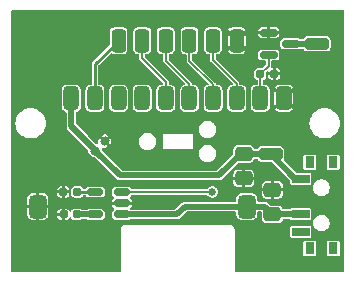
<source format=gbr>
%TF.GenerationSoftware,KiCad,Pcbnew,8.0.1*%
%TF.CreationDate,2024-07-01T16:07:51-04:00*%
%TF.ProjectId,V1,56312e6b-6963-4616-945f-706362585858,rev?*%
%TF.SameCoordinates,Original*%
%TF.FileFunction,Copper,L2,Bot*%
%TF.FilePolarity,Positive*%
%FSLAX46Y46*%
G04 Gerber Fmt 4.6, Leading zero omitted, Abs format (unit mm)*
G04 Created by KiCad (PCBNEW 8.0.1) date 2024-07-01 16:07:51*
%MOMM*%
%LPD*%
G01*
G04 APERTURE LIST*
G04 Aperture macros list*
%AMRoundRect*
0 Rectangle with rounded corners*
0 $1 Rounding radius*
0 $2 $3 $4 $5 $6 $7 $8 $9 X,Y pos of 4 corners*
0 Add a 4 corners polygon primitive as box body*
4,1,4,$2,$3,$4,$5,$6,$7,$8,$9,$2,$3,0*
0 Add four circle primitives for the rounded corners*
1,1,$1+$1,$2,$3*
1,1,$1+$1,$4,$5*
1,1,$1+$1,$6,$7*
1,1,$1+$1,$8,$9*
0 Add four rect primitives between the rounded corners*
20,1,$1+$1,$2,$3,$4,$5,0*
20,1,$1+$1,$4,$5,$6,$7,0*
20,1,$1+$1,$6,$7,$8,$9,0*
20,1,$1+$1,$8,$9,$2,$3,0*%
G04 Aperture macros list end*
%TA.AperFunction,SMDPad,CuDef*%
%ADD10RoundRect,0.375000X0.375000X-0.625000X0.375000X0.625000X-0.375000X0.625000X-0.375000X-0.625000X0*%
%TD*%
%TA.AperFunction,SMDPad,CuDef*%
%ADD11R,1.500000X0.700000*%
%TD*%
%TA.AperFunction,SMDPad,CuDef*%
%ADD12R,0.800000X1.000000*%
%TD*%
%TA.AperFunction,SMDPad,CuDef*%
%ADD13RoundRect,0.250000X0.750000X0.250000X-0.750000X0.250000X-0.750000X-0.250000X0.750000X-0.250000X0*%
%TD*%
%TA.AperFunction,SMDPad,CuDef*%
%ADD14RoundRect,0.155000X0.212500X0.155000X-0.212500X0.155000X-0.212500X-0.155000X0.212500X-0.155000X0*%
%TD*%
%TA.AperFunction,SMDPad,CuDef*%
%ADD15RoundRect,0.325000X-0.325000X0.675000X-0.325000X-0.675000X0.325000X-0.675000X0.325000X0.675000X0*%
%TD*%
%TA.AperFunction,SMDPad,CuDef*%
%ADD16RoundRect,0.300000X0.300000X-0.700000X0.300000X0.700000X-0.300000X0.700000X-0.300000X-0.700000X0*%
%TD*%
%TA.AperFunction,SMDPad,CuDef*%
%ADD17RoundRect,0.150000X-0.587500X-0.150000X0.587500X-0.150000X0.587500X0.150000X-0.587500X0.150000X0*%
%TD*%
%TA.AperFunction,SMDPad,CuDef*%
%ADD18RoundRect,0.155000X-0.040659X-0.259862X0.259862X0.040659X0.040659X0.259862X-0.259862X-0.040659X0*%
%TD*%
%TA.AperFunction,SMDPad,CuDef*%
%ADD19RoundRect,0.150000X0.512500X0.150000X-0.512500X0.150000X-0.512500X-0.150000X0.512500X-0.150000X0*%
%TD*%
%TA.AperFunction,SMDPad,CuDef*%
%ADD20RoundRect,0.375000X-0.375000X0.625000X-0.375000X-0.625000X0.375000X-0.625000X0.375000X0.625000X0*%
%TD*%
%TA.AperFunction,SMDPad,CuDef*%
%ADD21RoundRect,0.250000X0.475000X-0.337500X0.475000X0.337500X-0.475000X0.337500X-0.475000X-0.337500X0*%
%TD*%
%TA.AperFunction,SMDPad,CuDef*%
%ADD22RoundRect,0.160000X0.197500X0.160000X-0.197500X0.160000X-0.197500X-0.160000X0.197500X-0.160000X0*%
%TD*%
%TA.AperFunction,SMDPad,CuDef*%
%ADD23RoundRect,0.160000X-0.197500X-0.160000X0.197500X-0.160000X0.197500X0.160000X-0.197500X0.160000X0*%
%TD*%
%TA.AperFunction,ViaPad*%
%ADD24C,0.660400*%
%TD*%
%TA.AperFunction,Conductor*%
%ADD25C,0.152400*%
%TD*%
%TA.AperFunction,Conductor*%
%ADD26C,0.254000*%
%TD*%
%TA.AperFunction,Conductor*%
%ADD27C,0.508000*%
%TD*%
G04 APERTURE END LIST*
D10*
%TO.P,J5,1,Pin_1*%
%TO.N,GND*%
X102600000Y-117050000D03*
%TD*%
D11*
%TO.P,SW1,1,1*%
%TO.N,/VIN*%
X124875000Y-114700000D03*
%TO.P,SW1,2,2*%
%TO.N,/VBAT*%
X124875000Y-117700000D03*
%TO.P,SW1,3,3*%
%TO.N,unconnected-(SW1-Pad3)*%
X124875000Y-119200000D03*
D12*
%TO.P,SW1,4*%
%TO.N,N/C*%
X125625000Y-120600000D03*
%TO.P,SW1,5*%
X127625000Y-120600000D03*
%TO.P,SW1,6*%
X127625000Y-113300000D03*
%TO.P,SW1,7*%
X125625000Y-113300000D03*
%TD*%
D13*
%TO.P,J8,1,Pin_1*%
%TO.N,/VIN*%
X122320000Y-112600000D03*
%TD*%
D14*
%TO.P,C1,1*%
%TO.N,VBUS*%
X105927500Y-117717500D03*
%TO.P,C1,2*%
%TO.N,GND*%
X104792500Y-117717500D03*
%TD*%
D15*
%TO.P,J2,1,Pin_1*%
%TO.N,/VIN*%
X105450000Y-107900000D03*
%TO.P,J2,2,Pin_2*%
%TO.N,VCC*%
X107450000Y-107900000D03*
%TO.P,J2,3,Pin_3*%
%TO.N,/SWDIO*%
X109450000Y-107900000D03*
%TO.P,J2,4,Pin_4*%
%TO.N,/SWDCLK*%
X111450000Y-107900000D03*
%TO.P,J2,5,Pin_5*%
%TO.N,/BTN_1*%
X113450000Y-107900000D03*
%TO.P,J2,6,Pin_6*%
%TO.N,/BTN_2*%
X115450000Y-107900000D03*
%TO.P,J2,7,Pin_7*%
%TO.N,/BTN_3*%
X117450000Y-107900000D03*
%TO.P,J2,8,Pin_8*%
%TO.N,/BTN_4*%
X119450000Y-107900000D03*
%TO.P,J2,9,Pin_9*%
%TO.N,/VIB_CTRL*%
X121450000Y-107900000D03*
%TO.P,J2,10,Pin_10*%
%TO.N,GND*%
X123450000Y-107900000D03*
%TD*%
D16*
%TO.P,J1,1,Pin_1*%
%TO.N,GND*%
X119450000Y-103000000D03*
%TO.P,J1,2,Pin_2*%
%TO.N,/BTN_4*%
X117450000Y-103000000D03*
%TO.P,J1,3,Pin_3*%
%TO.N,/BTN_3*%
X115450000Y-103000000D03*
%TO.P,J1,4,Pin_4*%
%TO.N,/BTN_2*%
X113450000Y-103000000D03*
%TO.P,J1,5,Pin_5*%
%TO.N,/BTN_1*%
X111450000Y-103000000D03*
%TO.P,J1,6,Pin_6*%
%TO.N,VCC*%
X109450000Y-103000000D03*
%TD*%
D17*
%TO.P,Q1,1,G*%
%TO.N,/VIB_CTRL*%
X122162500Y-104220000D03*
%TO.P,Q1,2,S*%
%TO.N,GND*%
X122162500Y-102320000D03*
%TO.P,Q1,3,D*%
%TO.N,Net-(J9-Pin_1)*%
X124037500Y-103270000D03*
%TD*%
D18*
%TO.P,C3,1*%
%TO.N,/VIN*%
X107468717Y-112321283D03*
%TO.P,C3,2*%
%TO.N,GND*%
X108271283Y-111518717D03*
%TD*%
D19*
%TO.P,U1,1,STAT*%
%TO.N,Net-(U1-STAT)*%
X109737500Y-115817500D03*
%TO.P,U1,2,V_{SS}*%
%TO.N,GND*%
X109737500Y-116767500D03*
%TO.P,U1,3,V_{BAT}*%
%TO.N,/VBAT*%
X109737500Y-117717500D03*
%TO.P,U1,4,V_{DD}*%
%TO.N,VBUS*%
X107462500Y-117717500D03*
%TO.P,U1,5,PROG*%
%TO.N,Net-(U1-PROG)*%
X107462500Y-115817500D03*
%TD*%
D13*
%TO.P,J9,1,Pin_1*%
%TO.N,Net-(J9-Pin_1)*%
X126250000Y-103270000D03*
%TD*%
D20*
%TO.P,J4,1,Pin_1*%
%TO.N,/VBAT*%
X120300000Y-117050000D03*
%TD*%
D21*
%TO.P,C4,1*%
%TO.N,GND*%
X120050000Y-114667500D03*
%TO.P,C4,2*%
%TO.N,/VIN*%
X120050000Y-112592500D03*
%TD*%
D22*
%TO.P,R2,1*%
%TO.N,Net-(U1-PROG)*%
X105957500Y-115817500D03*
%TO.P,R2,2*%
%TO.N,GND*%
X104762500Y-115817500D03*
%TD*%
D21*
%TO.P,C2,1*%
%TO.N,/VBAT*%
X122475000Y-117707500D03*
%TO.P,C2,2*%
%TO.N,GND*%
X122475000Y-115632500D03*
%TD*%
D23*
%TO.P,R3,1*%
%TO.N,/VIB_CTRL*%
X121450000Y-105830000D03*
%TO.P,R3,2*%
%TO.N,GND*%
X122645000Y-105830000D03*
%TD*%
D24*
%TO.N,/SWDIO*%
X109450000Y-107900000D03*
%TO.N,Net-(U1-STAT)*%
X117370000Y-115820000D03*
%TO.N,VBUS*%
X105940000Y-117710000D03*
%TO.N,GND*%
X127500000Y-101500000D03*
X122000000Y-110500000D03*
X121000000Y-120000000D03*
X102000000Y-122000000D03*
X106000000Y-122000000D03*
X102000000Y-120000000D03*
X125500000Y-107500000D03*
X104000000Y-106000000D03*
X102000000Y-104000000D03*
X102000000Y-115000000D03*
X108000000Y-120000000D03*
X118000000Y-111500000D03*
X109975000Y-105625000D03*
X108000000Y-122000000D03*
X124500000Y-112950000D03*
X127500000Y-107500000D03*
X106000000Y-104000000D03*
X121990000Y-113980000D03*
X104000000Y-113000000D03*
X124500000Y-110500000D03*
X104000000Y-122000000D03*
X123000000Y-120000000D03*
X121000000Y-122000000D03*
X115000000Y-109750000D03*
X125500000Y-101500000D03*
X106000000Y-106000000D03*
X125500000Y-105500000D03*
X123000000Y-122000000D03*
X104000000Y-120000000D03*
X104000000Y-104000000D03*
X106000000Y-113000000D03*
X110000000Y-110000000D03*
X102000000Y-113000000D03*
X102000000Y-102000000D03*
X106000000Y-102000000D03*
X127500000Y-105500000D03*
X114450000Y-113400000D03*
X104000000Y-102000000D03*
X102000000Y-106000000D03*
X106000000Y-120000000D03*
%TO.N,VCC*%
X107450000Y-107900000D03*
%TO.N,/SWDCLK*%
X111450000Y-107900000D03*
%TD*%
D25*
%TO.N,Net-(U1-STAT)*%
X109737500Y-115817500D02*
X117367500Y-115817500D01*
X117367500Y-115817500D02*
X117370000Y-115820000D01*
D26*
%TO.N,Net-(U1-PROG)*%
X107462500Y-115817500D02*
X105957500Y-115817500D01*
D27*
%TO.N,VBUS*%
X105927500Y-117717500D02*
X107462500Y-117717500D01*
D26*
%TO.N,VCC*%
X107450000Y-105000000D02*
X107450000Y-107900000D01*
X109450000Y-103000000D02*
X107450000Y-105000000D01*
D25*
%TO.N,/BTN_1*%
X111450000Y-104500000D02*
X111450000Y-103000000D01*
X113450000Y-107900000D02*
X113450000Y-106500000D01*
X113450000Y-106500000D02*
X111450000Y-104500000D01*
%TO.N,/BTN_2*%
X115450000Y-107900000D02*
X115450000Y-106700000D01*
X115450000Y-106700000D02*
X113450000Y-104700000D01*
X113450000Y-104700000D02*
X113450000Y-103000000D01*
%TO.N,/BTN_3*%
X115450000Y-104700000D02*
X115450000Y-103000000D01*
X117450000Y-107900000D02*
X117450000Y-106700000D01*
X117450000Y-106700000D02*
X115450000Y-104700000D01*
%TO.N,/BTN_4*%
X117450000Y-104650000D02*
X117450000Y-103000000D01*
X119450000Y-106650000D02*
X117450000Y-104650000D01*
X119450000Y-107900000D02*
X119450000Y-106650000D01*
%TO.N,/VIB_CTRL*%
X122162500Y-105117500D02*
X121450000Y-105830000D01*
X122162500Y-104220000D02*
X122162500Y-105117500D01*
X121450000Y-107900000D02*
X121450000Y-105830000D01*
D27*
%TO.N,/VBAT*%
X121817500Y-117050000D02*
X122475000Y-117707500D01*
X124875000Y-117700000D02*
X122482500Y-117700000D01*
X115060000Y-117050000D02*
X120300000Y-117050000D01*
X120300000Y-117050000D02*
X121817500Y-117050000D01*
X114392500Y-117717500D02*
X115060000Y-117050000D01*
X109737500Y-117717500D02*
X114392500Y-117717500D01*
X122482500Y-117700000D02*
X122475000Y-117707500D01*
%TO.N,/VIN*%
X119787500Y-112592500D02*
X117970000Y-114410000D01*
X105450000Y-110230000D02*
X105450000Y-107900000D01*
X124420000Y-114700000D02*
X122320000Y-112600000D01*
X117970000Y-114410000D02*
X109557434Y-114410000D01*
X107468717Y-112321283D02*
X107468717Y-112248717D01*
X120050000Y-112592500D02*
X119787500Y-112592500D01*
X122317500Y-112597500D02*
X122320000Y-112600000D01*
X109557434Y-114410000D02*
X107468717Y-112321283D01*
X120050000Y-112597500D02*
X122317500Y-112597500D01*
X124875000Y-114700000D02*
X124420000Y-114700000D01*
X107468717Y-112248717D02*
X105450000Y-110230000D01*
%TO.N,Net-(J9-Pin_1)*%
X126250000Y-103270000D02*
X124037500Y-103270000D01*
%TD*%
%TA.AperFunction,Conductor*%
%TO.N,GND*%
G36*
X128491638Y-100399093D02*
G01*
X128517358Y-100443642D01*
X128518500Y-100456700D01*
X128518500Y-122543300D01*
X128500907Y-122591638D01*
X128456358Y-122617358D01*
X128443300Y-122618500D01*
X119356700Y-122618500D01*
X119308362Y-122600907D01*
X119282642Y-122556358D01*
X119281500Y-122543300D01*
X119281500Y-121115055D01*
X125072100Y-121115055D01*
X125072101Y-121115057D01*
X125080972Y-121159659D01*
X125114764Y-121210232D01*
X125114765Y-121210232D01*
X125114766Y-121210234D01*
X125165342Y-121244028D01*
X125209943Y-121252900D01*
X126040056Y-121252899D01*
X126084658Y-121244028D01*
X126135234Y-121210234D01*
X126169028Y-121159658D01*
X126177900Y-121115057D01*
X126177900Y-121115055D01*
X127072100Y-121115055D01*
X127072101Y-121115057D01*
X127080972Y-121159659D01*
X127114764Y-121210232D01*
X127114765Y-121210232D01*
X127114766Y-121210234D01*
X127165342Y-121244028D01*
X127209943Y-121252900D01*
X128040056Y-121252899D01*
X128084658Y-121244028D01*
X128135234Y-121210234D01*
X128169028Y-121159658D01*
X128177900Y-121115057D01*
X128177899Y-120084944D01*
X128169028Y-120040342D01*
X128135234Y-119989766D01*
X128084658Y-119955972D01*
X128084656Y-119955971D01*
X128040057Y-119947100D01*
X127209944Y-119947100D01*
X127209942Y-119947101D01*
X127165340Y-119955972D01*
X127114767Y-119989764D01*
X127080972Y-120040342D01*
X127080971Y-120040343D01*
X127072100Y-120084942D01*
X127072100Y-121115055D01*
X126177900Y-121115055D01*
X126177899Y-120084944D01*
X126169028Y-120040342D01*
X126135234Y-119989766D01*
X126084658Y-119955972D01*
X126084656Y-119955971D01*
X126040057Y-119947100D01*
X125209944Y-119947100D01*
X125209942Y-119947101D01*
X125165340Y-119955972D01*
X125114767Y-119989764D01*
X125080972Y-120040342D01*
X125080971Y-120040343D01*
X125072100Y-120084942D01*
X125072100Y-121115055D01*
X119281500Y-121115055D01*
X119281500Y-119565055D01*
X123972100Y-119565055D01*
X123972101Y-119565057D01*
X123980972Y-119609659D01*
X124014764Y-119660232D01*
X124014765Y-119660232D01*
X124014766Y-119660234D01*
X124065342Y-119694028D01*
X124109943Y-119702900D01*
X125640056Y-119702899D01*
X125684658Y-119694028D01*
X125735234Y-119660234D01*
X125769028Y-119609658D01*
X125777900Y-119565057D01*
X125777899Y-118834944D01*
X125769028Y-118790342D01*
X125763326Y-118781809D01*
X125735235Y-118739767D01*
X125735231Y-118739764D01*
X125684658Y-118705972D01*
X125684656Y-118705971D01*
X125640057Y-118697100D01*
X124109944Y-118697100D01*
X124109942Y-118697101D01*
X124065340Y-118705972D01*
X124014767Y-118739764D01*
X123980972Y-118790342D01*
X123980971Y-118790343D01*
X123972100Y-118834942D01*
X123972100Y-119565055D01*
X119281500Y-119565055D01*
X119281500Y-118949777D01*
X119281500Y-118949775D01*
X119255501Y-118852746D01*
X119205276Y-118765753D01*
X119205274Y-118765751D01*
X119205272Y-118765748D01*
X119134251Y-118694727D01*
X119134245Y-118694723D01*
X119047255Y-118644499D01*
X119022996Y-118637999D01*
X118950225Y-118618500D01*
X110050225Y-118618500D01*
X109949775Y-118618500D01*
X109891557Y-118634099D01*
X109852744Y-118644499D01*
X109765754Y-118694723D01*
X109765748Y-118694727D01*
X109694727Y-118765748D01*
X109694723Y-118765754D01*
X109644499Y-118852744D01*
X109632764Y-118896542D01*
X109618500Y-118949775D01*
X109618500Y-118949777D01*
X109618500Y-122543300D01*
X109600907Y-122591638D01*
X109556358Y-122617358D01*
X109543300Y-122618500D01*
X100456700Y-122618500D01*
X100408362Y-122600907D01*
X100382642Y-122556358D01*
X100381500Y-122543300D01*
X100381500Y-118518994D01*
X125924500Y-118518994D01*
X125951420Y-118654329D01*
X125951421Y-118654331D01*
X125997574Y-118765754D01*
X126004225Y-118781811D01*
X126080886Y-118896542D01*
X126080888Y-118896544D01*
X126080890Y-118896547D01*
X126178452Y-118994109D01*
X126178455Y-118994111D01*
X126178458Y-118994114D01*
X126293189Y-119070775D01*
X126420672Y-119123580D01*
X126502165Y-119139790D01*
X126556005Y-119150500D01*
X126556007Y-119150500D01*
X126693995Y-119150500D01*
X126738901Y-119141566D01*
X126829328Y-119123580D01*
X126956811Y-119070775D01*
X127071542Y-118994114D01*
X127169114Y-118896542D01*
X127245775Y-118781811D01*
X127298580Y-118654328D01*
X127325500Y-118518993D01*
X127325500Y-118381007D01*
X127324308Y-118375016D01*
X127306357Y-118284771D01*
X127298580Y-118245672D01*
X127245775Y-118118189D01*
X127169114Y-118003458D01*
X127169111Y-118003455D01*
X127169109Y-118003452D01*
X127071547Y-117905890D01*
X127071544Y-117905888D01*
X127071542Y-117905886D01*
X126956811Y-117829225D01*
X126889066Y-117801164D01*
X126829331Y-117776421D01*
X126829329Y-117776420D01*
X126693995Y-117749500D01*
X126693993Y-117749500D01*
X126556007Y-117749500D01*
X126556005Y-117749500D01*
X126420670Y-117776420D01*
X126420668Y-117776421D01*
X126293190Y-117829224D01*
X126178455Y-117905888D01*
X126178452Y-117905890D01*
X126080890Y-118003452D01*
X126080888Y-118003455D01*
X126004224Y-118118190D01*
X125951421Y-118245668D01*
X125951420Y-118245670D01*
X125924500Y-118381005D01*
X125924500Y-118518994D01*
X100381500Y-118518994D01*
X100381500Y-117177000D01*
X101697601Y-117177000D01*
X101697601Y-117716286D01*
X101707778Y-117801043D01*
X101760964Y-117935912D01*
X101760967Y-117935917D01*
X101848565Y-118051434D01*
X101964082Y-118139032D01*
X101964087Y-118139035D01*
X102098956Y-118192221D01*
X102183713Y-118202399D01*
X102473000Y-118202399D01*
X102473000Y-117177000D01*
X102727000Y-117177000D01*
X102727000Y-118202399D01*
X103016287Y-118202399D01*
X103101043Y-118192221D01*
X103235912Y-118139035D01*
X103235917Y-118139032D01*
X103351434Y-118051434D01*
X103439032Y-117935917D01*
X103439035Y-117935912D01*
X103475084Y-117844500D01*
X104272601Y-117844500D01*
X104272601Y-117918388D01*
X104275581Y-117944096D01*
X104322003Y-118049232D01*
X104322005Y-118049235D01*
X104403264Y-118130494D01*
X104403267Y-118130496D01*
X104508402Y-118176918D01*
X104534105Y-118179899D01*
X104665500Y-118179899D01*
X104919500Y-118179899D01*
X105050888Y-118179899D01*
X105076596Y-118176918D01*
X105181732Y-118130496D01*
X105181735Y-118130494D01*
X105262994Y-118049235D01*
X105262997Y-118049231D01*
X105290933Y-117985961D01*
X105326552Y-117948848D01*
X105377693Y-117943313D01*
X105420427Y-117971946D01*
X105428518Y-117985959D01*
X105456582Y-118049516D01*
X105456586Y-118049522D01*
X105537977Y-118130913D01*
X105537984Y-118130918D01*
X105604381Y-118160235D01*
X105643285Y-118177413D01*
X105669032Y-118180400D01*
X105816477Y-118180400D01*
X105837662Y-118183445D01*
X105870541Y-118193100D01*
X105870544Y-118193100D01*
X106009456Y-118193100D01*
X106009459Y-118193100D01*
X106042337Y-118183445D01*
X106063523Y-118180400D01*
X106185966Y-118180400D01*
X106185968Y-118180400D01*
X106211715Y-118177413D01*
X106211717Y-118177412D01*
X106317266Y-118130808D01*
X106347641Y-118124400D01*
X106766062Y-118124400D01*
X106796437Y-118130808D01*
X106816068Y-118139476D01*
X106879450Y-118167462D01*
X106904774Y-118170400D01*
X106904776Y-118170400D01*
X108020224Y-118170400D01*
X108020226Y-118170400D01*
X108045550Y-118167462D01*
X108149145Y-118121720D01*
X108229220Y-118041645D01*
X108274962Y-117938050D01*
X108277900Y-117912726D01*
X108277900Y-117912723D01*
X108922100Y-117912723D01*
X108925037Y-117938048D01*
X108970780Y-118041645D01*
X108970782Y-118041648D01*
X109050851Y-118121717D01*
X109050854Y-118121719D01*
X109050855Y-118121720D01*
X109154450Y-118167462D01*
X109179774Y-118170400D01*
X109179776Y-118170400D01*
X110295224Y-118170400D01*
X110295226Y-118170400D01*
X110320550Y-118167462D01*
X110320552Y-118167461D01*
X110324525Y-118165707D01*
X110383932Y-118139476D01*
X110403563Y-118130808D01*
X110433938Y-118124400D01*
X114446068Y-118124400D01*
X114446070Y-118124400D01*
X114549558Y-118096670D01*
X114642343Y-118043101D01*
X115206517Y-117478925D01*
X115253137Y-117457186D01*
X115259691Y-117456900D01*
X119321901Y-117456900D01*
X119370239Y-117474493D01*
X119395959Y-117519042D01*
X119397101Y-117532100D01*
X119397101Y-117716325D01*
X119407288Y-117801164D01*
X119460523Y-117936161D01*
X119466631Y-117944215D01*
X119548209Y-118051791D01*
X119644080Y-118124493D01*
X119663838Y-118139476D01*
X119797591Y-118192221D01*
X119798837Y-118192712D01*
X119883673Y-118202900D01*
X120716326Y-118202899D01*
X120801163Y-118192712D01*
X120936162Y-118139476D01*
X121051791Y-118051791D01*
X121139476Y-117936162D01*
X121192712Y-117801163D01*
X121202900Y-117716327D01*
X121202900Y-117532100D01*
X121220493Y-117483762D01*
X121265042Y-117458042D01*
X121278100Y-117456900D01*
X121521900Y-117456900D01*
X121570238Y-117474493D01*
X121595958Y-117519042D01*
X121597100Y-117532100D01*
X121597100Y-118076710D01*
X121612043Y-118171056D01*
X121650060Y-118245668D01*
X121669984Y-118284771D01*
X121760229Y-118375016D01*
X121873943Y-118432956D01*
X121873945Y-118432957D01*
X121968292Y-118447900D01*
X121968296Y-118447900D01*
X122981704Y-118447900D01*
X122981708Y-118447900D01*
X123076055Y-118432957D01*
X123189771Y-118375016D01*
X123280016Y-118284771D01*
X123337957Y-118171055D01*
X123338071Y-118170330D01*
X123338363Y-118169804D01*
X123339784Y-118165431D01*
X123340634Y-118165707D01*
X123363012Y-118125343D01*
X123411037Y-118106911D01*
X123412345Y-118106900D01*
X123938934Y-118106900D01*
X123987272Y-118124493D01*
X124001458Y-118140318D01*
X124014766Y-118160234D01*
X124065342Y-118194028D01*
X124109943Y-118202900D01*
X125640056Y-118202899D01*
X125684658Y-118194028D01*
X125735234Y-118160234D01*
X125769028Y-118109658D01*
X125777900Y-118065057D01*
X125777899Y-117334944D01*
X125769028Y-117290342D01*
X125738026Y-117243945D01*
X125735235Y-117239767D01*
X125735231Y-117239764D01*
X125684658Y-117205972D01*
X125684656Y-117205971D01*
X125640057Y-117197100D01*
X124109944Y-117197100D01*
X124109942Y-117197101D01*
X124065340Y-117205972D01*
X124014767Y-117239764D01*
X124014766Y-117239766D01*
X124001459Y-117259679D01*
X123959977Y-117290096D01*
X123938934Y-117293100D01*
X123408565Y-117293100D01*
X123360227Y-117275507D01*
X123342021Y-117248516D01*
X123340644Y-117249218D01*
X123301993Y-117173361D01*
X123280016Y-117130229D01*
X123189771Y-117039984D01*
X123076055Y-116982043D01*
X123076057Y-116982043D01*
X122981710Y-116967100D01*
X122981708Y-116967100D01*
X122341192Y-116967100D01*
X122292854Y-116949507D01*
X122288028Y-116945084D01*
X122067343Y-116724399D01*
X122047734Y-116713078D01*
X121974559Y-116670830D01*
X121940062Y-116661586D01*
X121871070Y-116643100D01*
X121871069Y-116643100D01*
X121871068Y-116643100D01*
X121278099Y-116643100D01*
X121229761Y-116625507D01*
X121204041Y-116580958D01*
X121202899Y-116567900D01*
X121202899Y-116383674D01*
X121195967Y-116325946D01*
X121192712Y-116298837D01*
X121139476Y-116163838D01*
X121051791Y-116048209D01*
X120936746Y-115960967D01*
X120936161Y-115960523D01*
X120801165Y-115907288D01*
X120744605Y-115900496D01*
X120716327Y-115897100D01*
X120716326Y-115897100D01*
X119883674Y-115897100D01*
X119798835Y-115907288D01*
X119663838Y-115960523D01*
X119548209Y-116048209D01*
X119460523Y-116163838D01*
X119407288Y-116298834D01*
X119397100Y-116383673D01*
X119397100Y-116567900D01*
X119379507Y-116616238D01*
X119334958Y-116641958D01*
X119321900Y-116643100D01*
X115113570Y-116643100D01*
X115006431Y-116643100D01*
X114954687Y-116656965D01*
X114902941Y-116670830D01*
X114810159Y-116724398D01*
X114810153Y-116724402D01*
X114245982Y-117288574D01*
X114199362Y-117310314D01*
X114192808Y-117310600D01*
X110463350Y-117310600D01*
X110415012Y-117293007D01*
X110389292Y-117248458D01*
X110398225Y-117197800D01*
X110420850Y-117173361D01*
X110423860Y-117171298D01*
X110503798Y-117091360D01*
X110503800Y-117091357D01*
X110549467Y-116987932D01*
X110552400Y-116962650D01*
X110552400Y-116894500D01*
X108922600Y-116894500D01*
X108922600Y-116962650D01*
X108925532Y-116987932D01*
X108971199Y-117091357D01*
X108971201Y-117091360D01*
X109051139Y-117171298D01*
X109051142Y-117171300D01*
X109055970Y-117173432D01*
X109093084Y-117209050D01*
X109098621Y-117260191D01*
X109069989Y-117302926D01*
X109055980Y-117311016D01*
X109050857Y-117313278D01*
X109050851Y-117313282D01*
X108970782Y-117393351D01*
X108970780Y-117393354D01*
X108925037Y-117496951D01*
X108922100Y-117522276D01*
X108922100Y-117912723D01*
X108277900Y-117912723D01*
X108277900Y-117522274D01*
X108274962Y-117496950D01*
X108229220Y-117393355D01*
X108229219Y-117393354D01*
X108229217Y-117393351D01*
X108149148Y-117313282D01*
X108149145Y-117313280D01*
X108045548Y-117267537D01*
X108026100Y-117265281D01*
X108020226Y-117264600D01*
X106904774Y-117264600D01*
X106887891Y-117266558D01*
X106879449Y-117267538D01*
X106879447Y-117267538D01*
X106796437Y-117304192D01*
X106766062Y-117310600D01*
X106347641Y-117310600D01*
X106317266Y-117304192D01*
X106211716Y-117257587D01*
X106203132Y-117256591D01*
X106185968Y-117254600D01*
X106185966Y-117254600D01*
X106114609Y-117254600D01*
X106093423Y-117251554D01*
X106085467Y-117249218D01*
X106082879Y-117248458D01*
X106009461Y-117226900D01*
X106009459Y-117226900D01*
X105870541Y-117226900D01*
X105870538Y-117226900D01*
X105786577Y-117251554D01*
X105765391Y-117254600D01*
X105669032Y-117254600D01*
X105651867Y-117256591D01*
X105643284Y-117257587D01*
X105643282Y-117257587D01*
X105537984Y-117304081D01*
X105537977Y-117304086D01*
X105456586Y-117385477D01*
X105456582Y-117385483D01*
X105428518Y-117449041D01*
X105392899Y-117486153D01*
X105341757Y-117491687D01*
X105299024Y-117463053D01*
X105290933Y-117449039D01*
X105262997Y-117385768D01*
X105262994Y-117385764D01*
X105181735Y-117304505D01*
X105181732Y-117304503D01*
X105076597Y-117258081D01*
X105050895Y-117255100D01*
X104919500Y-117255100D01*
X104919500Y-118179899D01*
X104665500Y-118179899D01*
X104665500Y-117844500D01*
X104272601Y-117844500D01*
X103475084Y-117844500D01*
X103492221Y-117801043D01*
X103502400Y-117716287D01*
X103502400Y-117590500D01*
X104272600Y-117590500D01*
X104665500Y-117590500D01*
X104665500Y-117255100D01*
X104534111Y-117255100D01*
X104508403Y-117258081D01*
X104403267Y-117304503D01*
X104403264Y-117304505D01*
X104322005Y-117385764D01*
X104322003Y-117385767D01*
X104275581Y-117490902D01*
X104272600Y-117516605D01*
X104272600Y-117590500D01*
X103502400Y-117590500D01*
X103502400Y-117177000D01*
X102727000Y-117177000D01*
X102473000Y-117177000D01*
X101697601Y-117177000D01*
X100381500Y-117177000D01*
X100381500Y-116923000D01*
X101697600Y-116923000D01*
X102473000Y-116923000D01*
X102473000Y-115897600D01*
X102727000Y-115897600D01*
X102727000Y-116923000D01*
X103502399Y-116923000D01*
X103502399Y-116383713D01*
X103492221Y-116298956D01*
X103439035Y-116164087D01*
X103439032Y-116164082D01*
X103351434Y-116048565D01*
X103235917Y-115960967D01*
X103235912Y-115960964D01*
X103194163Y-115944500D01*
X104252600Y-115944500D01*
X104252600Y-116014102D01*
X104258590Y-116059602D01*
X104305147Y-116159446D01*
X104305152Y-116159453D01*
X104383046Y-116237347D01*
X104383053Y-116237352D01*
X104482897Y-116283909D01*
X104528398Y-116289900D01*
X104635500Y-116289900D01*
X104635500Y-115944500D01*
X104889500Y-115944500D01*
X104889500Y-116289900D01*
X104996602Y-116289900D01*
X105042102Y-116283909D01*
X105141946Y-116237352D01*
X105141953Y-116237347D01*
X105219847Y-116159453D01*
X105219852Y-116159446D01*
X105266409Y-116059602D01*
X105272392Y-116014164D01*
X105447100Y-116014164D01*
X105453099Y-116059736D01*
X105499730Y-116159737D01*
X105499736Y-116159745D01*
X105577754Y-116237763D01*
X105577762Y-116237769D01*
X105677763Y-116284400D01*
X105677764Y-116284400D01*
X105677766Y-116284401D01*
X105723334Y-116290400D01*
X105723336Y-116290400D01*
X106191664Y-116290400D01*
X106191666Y-116290400D01*
X106237234Y-116284401D01*
X106337241Y-116237767D01*
X106415267Y-116159741D01*
X106419576Y-116150500D01*
X106424091Y-116140819D01*
X106460464Y-116104446D01*
X106492245Y-116097400D01*
X106627244Y-116097400D01*
X106675582Y-116114993D01*
X106691473Y-116136150D01*
X106691843Y-116135897D01*
X106695783Y-116141649D01*
X106775851Y-116221717D01*
X106775854Y-116221719D01*
X106775855Y-116221720D01*
X106879450Y-116267462D01*
X106904774Y-116270400D01*
X106904776Y-116270400D01*
X108020224Y-116270400D01*
X108020226Y-116270400D01*
X108045550Y-116267462D01*
X108149145Y-116221720D01*
X108229220Y-116141645D01*
X108274962Y-116038050D01*
X108277900Y-116012726D01*
X108277900Y-116012723D01*
X108922100Y-116012723D01*
X108925037Y-116038048D01*
X108970780Y-116141645D01*
X108970782Y-116141648D01*
X109050851Y-116221717D01*
X109050855Y-116221720D01*
X109055975Y-116223981D01*
X109093086Y-116259601D01*
X109098619Y-116310743D01*
X109069985Y-116353476D01*
X109055975Y-116361564D01*
X109051148Y-116363695D01*
X109051139Y-116363701D01*
X108971201Y-116443639D01*
X108971199Y-116443642D01*
X108925532Y-116547067D01*
X108922600Y-116572349D01*
X108922600Y-116640500D01*
X110552400Y-116640500D01*
X110552400Y-116572349D01*
X110549467Y-116547067D01*
X110503800Y-116443642D01*
X110503798Y-116443639D01*
X110423860Y-116363701D01*
X110423853Y-116363696D01*
X110419026Y-116361565D01*
X110381913Y-116325946D01*
X110376379Y-116274805D01*
X110405013Y-116232071D01*
X110419027Y-116223980D01*
X110419834Y-116223623D01*
X110424145Y-116221720D01*
X110504220Y-116141645D01*
X110526395Y-116091423D01*
X110562013Y-116054313D01*
X110595187Y-116046600D01*
X116894398Y-116046600D01*
X116942736Y-116064193D01*
X116957665Y-116081152D01*
X116959411Y-116083870D01*
X117050383Y-116188857D01*
X117050385Y-116188858D01*
X117167248Y-116263962D01*
X117236858Y-116284401D01*
X117300541Y-116303100D01*
X117300544Y-116303100D01*
X117439456Y-116303100D01*
X117439459Y-116303100D01*
X117572751Y-116263962D01*
X117689617Y-116188857D01*
X117780589Y-116083869D01*
X117821579Y-115994114D01*
X117838297Y-115957508D01*
X117838297Y-115957506D01*
X117838298Y-115957505D01*
X117858068Y-115820000D01*
X117849370Y-115759500D01*
X121597600Y-115759500D01*
X121597600Y-116001671D01*
X121612524Y-116095899D01*
X121670394Y-116209474D01*
X121760525Y-116299605D01*
X121874101Y-116357475D01*
X121874099Y-116357475D01*
X121968328Y-116372399D01*
X121968336Y-116372400D01*
X122348000Y-116372400D01*
X122348000Y-115759500D01*
X122602000Y-115759500D01*
X122602000Y-116372400D01*
X122981664Y-116372400D01*
X122981671Y-116372399D01*
X123075899Y-116357475D01*
X123189474Y-116299605D01*
X123279605Y-116209474D01*
X123337475Y-116095899D01*
X123352399Y-116001671D01*
X123352400Y-116001664D01*
X123352400Y-115759500D01*
X122602000Y-115759500D01*
X122348000Y-115759500D01*
X121597600Y-115759500D01*
X117849370Y-115759500D01*
X117838298Y-115682495D01*
X117838297Y-115682493D01*
X117838297Y-115682491D01*
X117780589Y-115556131D01*
X117780587Y-115556128D01*
X117748411Y-115518994D01*
X125924500Y-115518994D01*
X125951420Y-115654329D01*
X125951421Y-115654331D01*
X126004224Y-115781809D01*
X126004225Y-115781811D01*
X126080886Y-115896542D01*
X126080888Y-115896544D01*
X126080890Y-115896547D01*
X126178452Y-115994109D01*
X126178455Y-115994111D01*
X126178458Y-115994114D01*
X126293189Y-116070775D01*
X126420672Y-116123580D01*
X126502165Y-116139790D01*
X126556005Y-116150500D01*
X126556007Y-116150500D01*
X126693995Y-116150500D01*
X126742662Y-116140819D01*
X126829328Y-116123580D01*
X126956811Y-116070775D01*
X127071542Y-115994114D01*
X127169114Y-115896542D01*
X127245775Y-115781811D01*
X127298580Y-115654328D01*
X127325500Y-115518993D01*
X127325500Y-115381007D01*
X127324511Y-115376037D01*
X127314790Y-115327165D01*
X127298580Y-115245672D01*
X127245775Y-115118189D01*
X127169114Y-115003458D01*
X127169111Y-115003455D01*
X127169109Y-115003452D01*
X127071547Y-114905890D01*
X127071544Y-114905888D01*
X127071542Y-114905886D01*
X126956811Y-114829225D01*
X126956809Y-114829224D01*
X126829331Y-114776421D01*
X126829329Y-114776420D01*
X126693995Y-114749500D01*
X126693993Y-114749500D01*
X126556007Y-114749500D01*
X126556005Y-114749500D01*
X126420670Y-114776420D01*
X126420668Y-114776421D01*
X126293190Y-114829224D01*
X126178455Y-114905888D01*
X126178452Y-114905890D01*
X126080890Y-115003452D01*
X126080888Y-115003455D01*
X126004224Y-115118190D01*
X125951421Y-115245668D01*
X125951420Y-115245670D01*
X125924500Y-115381005D01*
X125924500Y-115518994D01*
X117748411Y-115518994D01*
X117736718Y-115505500D01*
X121597600Y-115505500D01*
X122348000Y-115505500D01*
X122348000Y-114892600D01*
X122602000Y-114892600D01*
X122602000Y-115505500D01*
X123352400Y-115505500D01*
X123352400Y-115263336D01*
X123352399Y-115263328D01*
X123337475Y-115169100D01*
X123279605Y-115055525D01*
X123189474Y-114965394D01*
X123075898Y-114907524D01*
X123075900Y-114907524D01*
X122981671Y-114892600D01*
X122602000Y-114892600D01*
X122348000Y-114892600D01*
X121968328Y-114892600D01*
X121874100Y-114907524D01*
X121760525Y-114965394D01*
X121670394Y-115055525D01*
X121612524Y-115169100D01*
X121597600Y-115263328D01*
X121597600Y-115505500D01*
X117736718Y-115505500D01*
X117689616Y-115451142D01*
X117689614Y-115451141D01*
X117572751Y-115376037D01*
X117439461Y-115336900D01*
X117439459Y-115336900D01*
X117300541Y-115336900D01*
X117300538Y-115336900D01*
X117167248Y-115376037D01*
X117050385Y-115451141D01*
X117050383Y-115451142D01*
X116955888Y-115560196D01*
X116954323Y-115558840D01*
X116919938Y-115585009D01*
X116897610Y-115588400D01*
X110595187Y-115588400D01*
X110546849Y-115570807D01*
X110526395Y-115543576D01*
X110504220Y-115493355D01*
X110504219Y-115493354D01*
X110504217Y-115493351D01*
X110424148Y-115413282D01*
X110424145Y-115413280D01*
X110320548Y-115367537D01*
X110301100Y-115365281D01*
X110295226Y-115364600D01*
X109179774Y-115364600D01*
X109174510Y-115365210D01*
X109154451Y-115367537D01*
X109050854Y-115413280D01*
X109050851Y-115413282D01*
X108970782Y-115493351D01*
X108970780Y-115493354D01*
X108925037Y-115596951D01*
X108922100Y-115622276D01*
X108922100Y-116012723D01*
X108277900Y-116012723D01*
X108277900Y-115622274D01*
X108274962Y-115596950D01*
X108229220Y-115493355D01*
X108229219Y-115493354D01*
X108229217Y-115493351D01*
X108149148Y-115413282D01*
X108149145Y-115413280D01*
X108045548Y-115367537D01*
X108026100Y-115365281D01*
X108020226Y-115364600D01*
X106904774Y-115364600D01*
X106899510Y-115365210D01*
X106879451Y-115367537D01*
X106775854Y-115413280D01*
X106775851Y-115413282D01*
X106695783Y-115493350D01*
X106691843Y-115499103D01*
X106690708Y-115498325D01*
X106660420Y-115529886D01*
X106627244Y-115537600D01*
X106492245Y-115537600D01*
X106443907Y-115520007D01*
X106424091Y-115494181D01*
X106415269Y-115475262D01*
X106415263Y-115475254D01*
X106337245Y-115397236D01*
X106337237Y-115397230D01*
X106237236Y-115350599D01*
X106214450Y-115347599D01*
X106191666Y-115344600D01*
X105723334Y-115344600D01*
X105705106Y-115346999D01*
X105677763Y-115350599D01*
X105577762Y-115397230D01*
X105577754Y-115397236D01*
X105499736Y-115475254D01*
X105499730Y-115475262D01*
X105453099Y-115575263D01*
X105447100Y-115620835D01*
X105447100Y-116014164D01*
X105272392Y-116014164D01*
X105272400Y-116014102D01*
X105272400Y-115944500D01*
X104889500Y-115944500D01*
X104635500Y-115944500D01*
X104252600Y-115944500D01*
X103194163Y-115944500D01*
X103101043Y-115907778D01*
X103016288Y-115897600D01*
X102727000Y-115897600D01*
X102473000Y-115897600D01*
X102183713Y-115897600D01*
X102098956Y-115907778D01*
X101964087Y-115960964D01*
X101964082Y-115960967D01*
X101848565Y-116048565D01*
X101760967Y-116164082D01*
X101760964Y-116164087D01*
X101707778Y-116298956D01*
X101697600Y-116383712D01*
X101697600Y-116923000D01*
X100381500Y-116923000D01*
X100381500Y-115690500D01*
X104252600Y-115690500D01*
X104635500Y-115690500D01*
X104635500Y-115345100D01*
X104889500Y-115345100D01*
X104889500Y-115690500D01*
X105272400Y-115690500D01*
X105272400Y-115620897D01*
X105266409Y-115575397D01*
X105219852Y-115475553D01*
X105219847Y-115475546D01*
X105141953Y-115397652D01*
X105141946Y-115397647D01*
X105042102Y-115351090D01*
X104996602Y-115345100D01*
X104889500Y-115345100D01*
X104635500Y-115345100D01*
X104528398Y-115345100D01*
X104482897Y-115351090D01*
X104383053Y-115397647D01*
X104383046Y-115397652D01*
X104305152Y-115475546D01*
X104305147Y-115475553D01*
X104258590Y-115575397D01*
X104252600Y-115620897D01*
X104252600Y-115690500D01*
X100381500Y-115690500D01*
X100381500Y-110000000D01*
X100713605Y-110000000D01*
X100733147Y-110223375D01*
X100733147Y-110223378D01*
X100733148Y-110223380D01*
X100777006Y-110387059D01*
X100791184Y-110439972D01*
X100791185Y-110439976D01*
X100885945Y-110643192D01*
X101014559Y-110826873D01*
X101014570Y-110826886D01*
X101173113Y-110985429D01*
X101173126Y-110985440D01*
X101264775Y-111049612D01*
X101356802Y-111114051D01*
X101356804Y-111114051D01*
X101356807Y-111114054D01*
X101525925Y-111192914D01*
X101560027Y-111208816D01*
X101776620Y-111266852D01*
X102000000Y-111286395D01*
X102223380Y-111266852D01*
X102439973Y-111208816D01*
X102643198Y-111114051D01*
X102826879Y-110985436D01*
X102985436Y-110826879D01*
X103114051Y-110643198D01*
X103208816Y-110439973D01*
X103266852Y-110223380D01*
X103286395Y-110000000D01*
X103266852Y-109776620D01*
X103208816Y-109560027D01*
X103191458Y-109522804D01*
X103114053Y-109356806D01*
X103114050Y-109356802D01*
X102985433Y-109173117D01*
X102826886Y-109014570D01*
X102826873Y-109014559D01*
X102643192Y-108885945D01*
X102439976Y-108791185D01*
X102439974Y-108791184D01*
X102439973Y-108791184D01*
X102223380Y-108733148D01*
X102223378Y-108733147D01*
X102223375Y-108733147D01*
X102000000Y-108713605D01*
X101776624Y-108733147D01*
X101560027Y-108791184D01*
X101560023Y-108791185D01*
X101356806Y-108885946D01*
X101356802Y-108885949D01*
X101173117Y-109014566D01*
X101014566Y-109173117D01*
X100885949Y-109356802D01*
X100885946Y-109356806D01*
X100791185Y-109560023D01*
X100791184Y-109560027D01*
X100733147Y-109776624D01*
X100713605Y-110000000D01*
X100381500Y-110000000D01*
X100381500Y-108620709D01*
X104647100Y-108620709D01*
X104653219Y-108677627D01*
X104653220Y-108677629D01*
X104701244Y-108806388D01*
X104783599Y-108916401D01*
X104893612Y-108998756D01*
X104994181Y-109036265D01*
X105033321Y-109069640D01*
X105043100Y-109106723D01*
X105043100Y-110176430D01*
X105043100Y-110283570D01*
X105061586Y-110352562D01*
X105070830Y-110387059D01*
X105124398Y-110479841D01*
X105124402Y-110479847D01*
X106880483Y-112235927D01*
X106902223Y-112282547D01*
X106901231Y-112302906D01*
X106900956Y-112304378D01*
X106900956Y-112419497D01*
X106942537Y-112526836D01*
X106958638Y-112547162D01*
X107242837Y-112831361D01*
X107242841Y-112831364D01*
X107242844Y-112831367D01*
X107256790Y-112842414D01*
X107263163Y-112847462D01*
X107328920Y-112872935D01*
X107370502Y-112889044D01*
X107429886Y-112889044D01*
X107478224Y-112906637D01*
X107483060Y-112911070D01*
X109307586Y-114735597D01*
X109307589Y-114735599D01*
X109307591Y-114735601D01*
X109400376Y-114789170D01*
X109503864Y-114816900D01*
X109503865Y-114816900D01*
X109503866Y-114816900D01*
X118023568Y-114816900D01*
X118023570Y-114816900D01*
X118107167Y-114794500D01*
X119172600Y-114794500D01*
X119172600Y-115036671D01*
X119187524Y-115130899D01*
X119245394Y-115244474D01*
X119335525Y-115334605D01*
X119449101Y-115392475D01*
X119449099Y-115392475D01*
X119543328Y-115407399D01*
X119543336Y-115407400D01*
X119923000Y-115407400D01*
X119923000Y-114794500D01*
X120177000Y-114794500D01*
X120177000Y-115407400D01*
X120556664Y-115407400D01*
X120556671Y-115407399D01*
X120650899Y-115392475D01*
X120764474Y-115334605D01*
X120854605Y-115244474D01*
X120912475Y-115130899D01*
X120927399Y-115036671D01*
X120927400Y-115036664D01*
X120927400Y-114794500D01*
X120177000Y-114794500D01*
X119923000Y-114794500D01*
X119172600Y-114794500D01*
X118107167Y-114794500D01*
X118127058Y-114789170D01*
X118219843Y-114735601D01*
X118414944Y-114540500D01*
X119172600Y-114540500D01*
X119923000Y-114540500D01*
X119923000Y-113927600D01*
X120177000Y-113927600D01*
X120177000Y-114540500D01*
X120927400Y-114540500D01*
X120927400Y-114298336D01*
X120927399Y-114298328D01*
X120912475Y-114204100D01*
X120854605Y-114090525D01*
X120764474Y-114000394D01*
X120650898Y-113942524D01*
X120650900Y-113942524D01*
X120556671Y-113927600D01*
X120177000Y-113927600D01*
X119923000Y-113927600D01*
X119543328Y-113927600D01*
X119449100Y-113942524D01*
X119335525Y-114000394D01*
X119245394Y-114090525D01*
X119187524Y-114204100D01*
X119172600Y-114298328D01*
X119172600Y-114540500D01*
X118414944Y-114540500D01*
X119600518Y-113354926D01*
X119647138Y-113333186D01*
X119653692Y-113332900D01*
X120556704Y-113332900D01*
X120556708Y-113332900D01*
X120651055Y-113317957D01*
X120764771Y-113260016D01*
X120855016Y-113169771D01*
X120912957Y-113056055D01*
X120912956Y-113056055D01*
X120915644Y-113050782D01*
X120916770Y-113051355D01*
X120944525Y-113015828D01*
X120984377Y-113004400D01*
X121150402Y-113004400D01*
X121198740Y-113021993D01*
X121217406Y-113045460D01*
X121222804Y-113056055D01*
X121239984Y-113089771D01*
X121330229Y-113180016D01*
X121443943Y-113237956D01*
X121443945Y-113237957D01*
X121538292Y-113252900D01*
X122366308Y-113252900D01*
X122414646Y-113270493D01*
X122419482Y-113274926D01*
X123950074Y-114805517D01*
X123971814Y-114852137D01*
X123972100Y-114858691D01*
X123972100Y-115065055D01*
X123972101Y-115065057D01*
X123980972Y-115109659D01*
X124014764Y-115160232D01*
X124014765Y-115160232D01*
X124014766Y-115160234D01*
X124065342Y-115194028D01*
X124109943Y-115202900D01*
X125640056Y-115202899D01*
X125684658Y-115194028D01*
X125735234Y-115160234D01*
X125769028Y-115109658D01*
X125777900Y-115065057D01*
X125777899Y-114334944D01*
X125769028Y-114290342D01*
X125735234Y-114239766D01*
X125684658Y-114205972D01*
X125684656Y-114205971D01*
X125640057Y-114197100D01*
X124523691Y-114197100D01*
X124475353Y-114179507D01*
X124470517Y-114175074D01*
X124110498Y-113815055D01*
X125072100Y-113815055D01*
X125072101Y-113815057D01*
X125080972Y-113859659D01*
X125114764Y-113910232D01*
X125114765Y-113910232D01*
X125114766Y-113910234D01*
X125165342Y-113944028D01*
X125209943Y-113952900D01*
X126040056Y-113952899D01*
X126084658Y-113944028D01*
X126135234Y-113910234D01*
X126169028Y-113859658D01*
X126177900Y-113815057D01*
X126177900Y-113815055D01*
X127072100Y-113815055D01*
X127072101Y-113815057D01*
X127080972Y-113859659D01*
X127114764Y-113910232D01*
X127114765Y-113910232D01*
X127114766Y-113910234D01*
X127165342Y-113944028D01*
X127209943Y-113952900D01*
X128040056Y-113952899D01*
X128084658Y-113944028D01*
X128135234Y-113910234D01*
X128169028Y-113859658D01*
X128177900Y-113815057D01*
X128177899Y-112784944D01*
X128169028Y-112740342D01*
X128135234Y-112689766D01*
X128084658Y-112655972D01*
X128084656Y-112655971D01*
X128040057Y-112647100D01*
X127209944Y-112647100D01*
X127209942Y-112647101D01*
X127165340Y-112655972D01*
X127114767Y-112689764D01*
X127080972Y-112740342D01*
X127080971Y-112740343D01*
X127072100Y-112784942D01*
X127072100Y-113815055D01*
X126177900Y-113815055D01*
X126177899Y-112784944D01*
X126169028Y-112740342D01*
X126135234Y-112689766D01*
X126084658Y-112655972D01*
X126084656Y-112655971D01*
X126040057Y-112647100D01*
X125209944Y-112647100D01*
X125209942Y-112647101D01*
X125165340Y-112655972D01*
X125114767Y-112689764D01*
X125080972Y-112740342D01*
X125080971Y-112740343D01*
X125072100Y-112784942D01*
X125072100Y-113815055D01*
X124110498Y-113815055D01*
X123433653Y-113138209D01*
X123411913Y-113091589D01*
X123419823Y-113050896D01*
X123457957Y-112976055D01*
X123472900Y-112881708D01*
X123472900Y-112318292D01*
X123457957Y-112223945D01*
X123400016Y-112110229D01*
X123309771Y-112019984D01*
X123196055Y-111962043D01*
X123196057Y-111962043D01*
X123101710Y-111947100D01*
X123101708Y-111947100D01*
X121538292Y-111947100D01*
X121538289Y-111947100D01*
X121443943Y-111962043D01*
X121330230Y-112019983D01*
X121239982Y-112110230D01*
X121219953Y-112149540D01*
X121182333Y-112184622D01*
X121152950Y-112190600D01*
X120986949Y-112190600D01*
X120938611Y-112173007D01*
X120916160Y-112134121D01*
X120914784Y-112134569D01*
X120912957Y-112128949D01*
X120912957Y-112128945D01*
X120855016Y-112015229D01*
X120764771Y-111924984D01*
X120651055Y-111867043D01*
X120651057Y-111867043D01*
X120556710Y-111852100D01*
X120556708Y-111852100D01*
X119543292Y-111852100D01*
X119543289Y-111852100D01*
X119448943Y-111867043D01*
X119335228Y-111924984D01*
X119244984Y-112015228D01*
X119187043Y-112128943D01*
X119172100Y-112223289D01*
X119172100Y-112601308D01*
X119154507Y-112649646D01*
X119150074Y-112654482D01*
X117823482Y-113981074D01*
X117776862Y-114002814D01*
X117770308Y-114003100D01*
X109757126Y-114003100D01*
X109708788Y-113985507D01*
X109703952Y-113981074D01*
X108362333Y-112639455D01*
X116244200Y-112639455D01*
X116272860Y-112783544D01*
X116272861Y-112783545D01*
X116325684Y-112911070D01*
X116329080Y-112919269D01*
X116410699Y-113041420D01*
X116410701Y-113041422D01*
X116410703Y-113041425D01*
X116514574Y-113145296D01*
X116514577Y-113145298D01*
X116514580Y-113145301D01*
X116636731Y-113226920D01*
X116772454Y-113283138D01*
X116772455Y-113283139D01*
X116772456Y-113283139D01*
X116772458Y-113283140D01*
X116868949Y-113302332D01*
X116916544Y-113311800D01*
X116916545Y-113311800D01*
X117063456Y-113311800D01*
X117099232Y-113304683D01*
X117207542Y-113283140D01*
X117343269Y-113226920D01*
X117465420Y-113145301D01*
X117569301Y-113041420D01*
X117650920Y-112919269D01*
X117707140Y-112783542D01*
X117735800Y-112639455D01*
X117735800Y-112492545D01*
X117707140Y-112348458D01*
X117650920Y-112212731D01*
X117569301Y-112090580D01*
X117569298Y-112090577D01*
X117569296Y-112090574D01*
X117465425Y-111986703D01*
X117465422Y-111986701D01*
X117465420Y-111986699D01*
X117343269Y-111905080D01*
X117251440Y-111867043D01*
X117207545Y-111848861D01*
X117207544Y-111848860D01*
X117063456Y-111820200D01*
X117063455Y-111820200D01*
X116916545Y-111820200D01*
X116916544Y-111820200D01*
X116772455Y-111848860D01*
X116772454Y-111848861D01*
X116636732Y-111905079D01*
X116514577Y-111986701D01*
X116514574Y-111986703D01*
X116410703Y-112090574D01*
X116410701Y-112090577D01*
X116329079Y-112212732D01*
X116272861Y-112348454D01*
X116272860Y-112348455D01*
X116244200Y-112492544D01*
X116244200Y-112639455D01*
X108362333Y-112639455D01*
X108058504Y-112335626D01*
X108036764Y-112289006D01*
X108036478Y-112282452D01*
X108036478Y-112223068D01*
X108023900Y-112190600D01*
X108011378Y-112158278D01*
X108010323Y-112106851D01*
X108042572Y-112066775D01*
X108093036Y-112056805D01*
X108108667Y-112060993D01*
X108173160Y-112085978D01*
X108173164Y-112085979D01*
X108288084Y-112085979D01*
X108288089Y-112085977D01*
X108395250Y-112044464D01*
X108415535Y-112028396D01*
X108508446Y-111935485D01*
X108271283Y-111698323D01*
X108271283Y-111698322D01*
X108091679Y-111518718D01*
X108450888Y-111518718D01*
X108688050Y-111755880D01*
X108688052Y-111755880D01*
X108780952Y-111662979D01*
X108780957Y-111662973D01*
X108797027Y-111642687D01*
X108804478Y-111623455D01*
X111164200Y-111623455D01*
X111192860Y-111767544D01*
X111192861Y-111767545D01*
X111249079Y-111903267D01*
X111249080Y-111903269D01*
X111330699Y-112025420D01*
X111330701Y-112025422D01*
X111330703Y-112025425D01*
X111434574Y-112129296D01*
X111434577Y-112129298D01*
X111434580Y-112129301D01*
X111556731Y-112210920D01*
X111692454Y-112267138D01*
X111692455Y-112267139D01*
X111692456Y-112267139D01*
X111692458Y-112267140D01*
X111769916Y-112282547D01*
X111836544Y-112295800D01*
X111836545Y-112295800D01*
X111983456Y-112295800D01*
X112019232Y-112288683D01*
X112127542Y-112267140D01*
X112263269Y-112210920D01*
X112385420Y-112129301D01*
X112489301Y-112025420D01*
X112570920Y-111903269D01*
X112627140Y-111767542D01*
X112655800Y-111623455D01*
X112655800Y-111476545D01*
X112627140Y-111332458D01*
X112570920Y-111196731D01*
X112489301Y-111074580D01*
X112489298Y-111074577D01*
X112489296Y-111074574D01*
X112385425Y-110970703D01*
X112385422Y-110970701D01*
X112385420Y-110970699D01*
X112302061Y-110915000D01*
X113180000Y-110915000D01*
X113180000Y-112185000D01*
X115720000Y-112185000D01*
X115720000Y-110915000D01*
X113180000Y-110915000D01*
X112302061Y-110915000D01*
X112263269Y-110889080D01*
X112258892Y-110887267D01*
X112127545Y-110832861D01*
X112127544Y-110832860D01*
X111983456Y-110804200D01*
X111983455Y-110804200D01*
X111836545Y-110804200D01*
X111836544Y-110804200D01*
X111692455Y-110832860D01*
X111692454Y-110832861D01*
X111556732Y-110889079D01*
X111434577Y-110970701D01*
X111434574Y-110970703D01*
X111330703Y-111074574D01*
X111330701Y-111074577D01*
X111249079Y-111196732D01*
X111192861Y-111332454D01*
X111192860Y-111332455D01*
X111164200Y-111476544D01*
X111164200Y-111623455D01*
X108804478Y-111623455D01*
X108838544Y-111535521D01*
X108838545Y-111535518D01*
X108838545Y-111420597D01*
X108838544Y-111420594D01*
X108797027Y-111313427D01*
X108797026Y-111313425D01*
X108780965Y-111293151D01*
X108780962Y-111293147D01*
X108728709Y-111240895D01*
X108450888Y-111518716D01*
X108450888Y-111518718D01*
X108091679Y-111518718D01*
X107854515Y-111281553D01*
X107854514Y-111281553D01*
X107761606Y-111374462D01*
X107745538Y-111394746D01*
X107704021Y-111501912D01*
X107704021Y-111616836D01*
X107704022Y-111616841D01*
X107729006Y-111681333D01*
X107730062Y-111732762D01*
X107697813Y-111772837D01*
X107647349Y-111782808D01*
X107631719Y-111778620D01*
X107603122Y-111767542D01*
X107566932Y-111753522D01*
X107566931Y-111753522D01*
X107560434Y-111751005D01*
X107560812Y-111750028D01*
X107528368Y-111732924D01*
X106897393Y-111101949D01*
X108034119Y-111101949D01*
X108271282Y-111339112D01*
X108271283Y-111339112D01*
X108549104Y-111061290D01*
X108549104Y-111061289D01*
X108496863Y-111009048D01*
X108496854Y-111009040D01*
X108476569Y-110992970D01*
X108369407Y-110951456D01*
X108369402Y-110951455D01*
X108254482Y-110951455D01*
X108254476Y-110951456D01*
X108147315Y-110992969D01*
X108127038Y-111009030D01*
X108034119Y-111101948D01*
X108034119Y-111101949D01*
X106897393Y-111101949D01*
X106402899Y-110607455D01*
X116244200Y-110607455D01*
X116272860Y-110751544D01*
X116272861Y-110751545D01*
X116306543Y-110832860D01*
X116329080Y-110887269D01*
X116410699Y-111009420D01*
X116410701Y-111009422D01*
X116410703Y-111009425D01*
X116514574Y-111113296D01*
X116514577Y-111113298D01*
X116514580Y-111113301D01*
X116636731Y-111194920D01*
X116772454Y-111251138D01*
X116772455Y-111251139D01*
X116772456Y-111251139D01*
X116772458Y-111251140D01*
X116868949Y-111270332D01*
X116916544Y-111279800D01*
X116916545Y-111279800D01*
X117063456Y-111279800D01*
X117099232Y-111272683D01*
X117207542Y-111251140D01*
X117343269Y-111194920D01*
X117465420Y-111113301D01*
X117569301Y-111009420D01*
X117650920Y-110887269D01*
X117707140Y-110751542D01*
X117735800Y-110607455D01*
X117735800Y-110460545D01*
X117733510Y-110449034D01*
X117721183Y-110387058D01*
X117707140Y-110316458D01*
X117650920Y-110180731D01*
X117569301Y-110058580D01*
X117569298Y-110058577D01*
X117569296Y-110058574D01*
X117510722Y-110000000D01*
X125613605Y-110000000D01*
X125633147Y-110223375D01*
X125633147Y-110223378D01*
X125633148Y-110223380D01*
X125677006Y-110387059D01*
X125691184Y-110439972D01*
X125691185Y-110439976D01*
X125785945Y-110643192D01*
X125914559Y-110826873D01*
X125914570Y-110826886D01*
X126073113Y-110985429D01*
X126073126Y-110985440D01*
X126164775Y-111049612D01*
X126256802Y-111114051D01*
X126256804Y-111114051D01*
X126256807Y-111114054D01*
X126425925Y-111192914D01*
X126460027Y-111208816D01*
X126676620Y-111266852D01*
X126900000Y-111286395D01*
X127123380Y-111266852D01*
X127339973Y-111208816D01*
X127543198Y-111114051D01*
X127726879Y-110985436D01*
X127885436Y-110826879D01*
X128014051Y-110643198D01*
X128108816Y-110439973D01*
X128166852Y-110223380D01*
X128186395Y-110000000D01*
X128166852Y-109776620D01*
X128108816Y-109560027D01*
X128091458Y-109522804D01*
X128014053Y-109356806D01*
X128014050Y-109356802D01*
X127885433Y-109173117D01*
X127726886Y-109014570D01*
X127726873Y-109014559D01*
X127543192Y-108885945D01*
X127339976Y-108791185D01*
X127339974Y-108791184D01*
X127339973Y-108791184D01*
X127123380Y-108733148D01*
X127123378Y-108733147D01*
X127123375Y-108733147D01*
X126900000Y-108713605D01*
X126676624Y-108733147D01*
X126460027Y-108791184D01*
X126460023Y-108791185D01*
X126256806Y-108885946D01*
X126256802Y-108885949D01*
X126073117Y-109014566D01*
X125914566Y-109173117D01*
X125785949Y-109356802D01*
X125785946Y-109356806D01*
X125691185Y-109560023D01*
X125691184Y-109560027D01*
X125633147Y-109776624D01*
X125613605Y-110000000D01*
X117510722Y-110000000D01*
X117465425Y-109954703D01*
X117465422Y-109954701D01*
X117465420Y-109954699D01*
X117343269Y-109873080D01*
X117343267Y-109873079D01*
X117207545Y-109816861D01*
X117207544Y-109816860D01*
X117063456Y-109788200D01*
X117063455Y-109788200D01*
X116916545Y-109788200D01*
X116916544Y-109788200D01*
X116772455Y-109816860D01*
X116772454Y-109816861D01*
X116636732Y-109873079D01*
X116514577Y-109954701D01*
X116514574Y-109954703D01*
X116410703Y-110058574D01*
X116410701Y-110058577D01*
X116329079Y-110180732D01*
X116272861Y-110316454D01*
X116272860Y-110316455D01*
X116244200Y-110460544D01*
X116244200Y-110607455D01*
X106402899Y-110607455D01*
X105878926Y-110083482D01*
X105857186Y-110036862D01*
X105856900Y-110030308D01*
X105856900Y-109106723D01*
X105874493Y-109058385D01*
X105905817Y-109036266D01*
X106006388Y-108998756D01*
X106116401Y-108916401D01*
X106198756Y-108806388D01*
X106246780Y-108677629D01*
X106252900Y-108620709D01*
X106647100Y-108620709D01*
X106653219Y-108677627D01*
X106653220Y-108677629D01*
X106701244Y-108806388D01*
X106783599Y-108916401D01*
X106893612Y-108998756D01*
X107022371Y-109046780D01*
X107079294Y-109052900D01*
X107079302Y-109052900D01*
X107820698Y-109052900D01*
X107820706Y-109052900D01*
X107877629Y-109046780D01*
X108006388Y-108998756D01*
X108116401Y-108916401D01*
X108198756Y-108806388D01*
X108246780Y-108677629D01*
X108252900Y-108620709D01*
X108647100Y-108620709D01*
X108653219Y-108677627D01*
X108653220Y-108677629D01*
X108701244Y-108806388D01*
X108783599Y-108916401D01*
X108893612Y-108998756D01*
X109022371Y-109046780D01*
X109079294Y-109052900D01*
X109079302Y-109052900D01*
X109820698Y-109052900D01*
X109820706Y-109052900D01*
X109877629Y-109046780D01*
X110006388Y-108998756D01*
X110116401Y-108916401D01*
X110198756Y-108806388D01*
X110246780Y-108677629D01*
X110252900Y-108620709D01*
X110647100Y-108620709D01*
X110653219Y-108677627D01*
X110653220Y-108677629D01*
X110701244Y-108806388D01*
X110783599Y-108916401D01*
X110893612Y-108998756D01*
X111022371Y-109046780D01*
X111079294Y-109052900D01*
X111079302Y-109052900D01*
X111820698Y-109052900D01*
X111820706Y-109052900D01*
X111877629Y-109046780D01*
X112006388Y-108998756D01*
X112116401Y-108916401D01*
X112198756Y-108806388D01*
X112246780Y-108677629D01*
X112252900Y-108620706D01*
X112252900Y-107179294D01*
X112246780Y-107122371D01*
X112198756Y-106993612D01*
X112116401Y-106883599D01*
X112033582Y-106821601D01*
X112006391Y-106801246D01*
X112006389Y-106801245D01*
X112006388Y-106801244D01*
X111925654Y-106771132D01*
X111877630Y-106753220D01*
X111877627Y-106753219D01*
X111820709Y-106747100D01*
X111820706Y-106747100D01*
X111079294Y-106747100D01*
X111079290Y-106747100D01*
X111022372Y-106753219D01*
X111022369Y-106753220D01*
X110926321Y-106789044D01*
X110893612Y-106801244D01*
X110893611Y-106801244D01*
X110893610Y-106801245D01*
X110893608Y-106801246D01*
X110783599Y-106883599D01*
X110701246Y-106993608D01*
X110701245Y-106993610D01*
X110653220Y-107122369D01*
X110653219Y-107122372D01*
X110647100Y-107179290D01*
X110647100Y-108620709D01*
X110252900Y-108620709D01*
X110252900Y-108620706D01*
X110252900Y-107179294D01*
X110246780Y-107122371D01*
X110198756Y-106993612D01*
X110116401Y-106883599D01*
X110033582Y-106821601D01*
X110006391Y-106801246D01*
X110006389Y-106801245D01*
X110006388Y-106801244D01*
X109925654Y-106771132D01*
X109877630Y-106753220D01*
X109877627Y-106753219D01*
X109820709Y-106747100D01*
X109820706Y-106747100D01*
X109079294Y-106747100D01*
X109079290Y-106747100D01*
X109022372Y-106753219D01*
X109022369Y-106753220D01*
X108926321Y-106789044D01*
X108893612Y-106801244D01*
X108893611Y-106801244D01*
X108893610Y-106801245D01*
X108893608Y-106801246D01*
X108783599Y-106883599D01*
X108701246Y-106993608D01*
X108701245Y-106993610D01*
X108653220Y-107122369D01*
X108653219Y-107122372D01*
X108647100Y-107179290D01*
X108647100Y-108620709D01*
X108252900Y-108620709D01*
X108252900Y-108620706D01*
X108252900Y-107179294D01*
X108246780Y-107122371D01*
X108198756Y-106993612D01*
X108116401Y-106883599D01*
X108033582Y-106821601D01*
X108006391Y-106801246D01*
X108006389Y-106801245D01*
X108006388Y-106801244D01*
X107925654Y-106771132D01*
X107877630Y-106753220D01*
X107877627Y-106753219D01*
X107820709Y-106747100D01*
X107820706Y-106747100D01*
X107805100Y-106747100D01*
X107756762Y-106729507D01*
X107731042Y-106684958D01*
X107729900Y-106671900D01*
X107729900Y-105147085D01*
X107747493Y-105098747D01*
X107751915Y-105093922D01*
X108777979Y-104067857D01*
X108824598Y-104046118D01*
X108874285Y-104059432D01*
X108875786Y-104060511D01*
X108903971Y-104081313D01*
X108935981Y-104104938D01*
X108935985Y-104104940D01*
X108966919Y-104115763D01*
X109064850Y-104150031D01*
X109095435Y-104152899D01*
X109095437Y-104152900D01*
X109095444Y-104152900D01*
X109804563Y-104152900D01*
X109804563Y-104152899D01*
X109835150Y-104150031D01*
X109964017Y-104104939D01*
X110073866Y-104023866D01*
X110154939Y-103914017D01*
X110200031Y-103785150D01*
X110202899Y-103754564D01*
X110697100Y-103754564D01*
X110699968Y-103785143D01*
X110699969Y-103785150D01*
X110699970Y-103785152D01*
X110745059Y-103914014D01*
X110745061Y-103914017D01*
X110826133Y-104023866D01*
X110935982Y-104104938D01*
X110935985Y-104104940D01*
X110966919Y-104115763D01*
X111064850Y-104150031D01*
X111095435Y-104152899D01*
X111095437Y-104152900D01*
X111095444Y-104152900D01*
X111145700Y-104152900D01*
X111194038Y-104170493D01*
X111219758Y-104215042D01*
X111220900Y-104228100D01*
X111220900Y-104545570D01*
X111255778Y-104629776D01*
X113198874Y-106572871D01*
X113220614Y-106619491D01*
X113220900Y-106626045D01*
X113220900Y-106671900D01*
X113203307Y-106720238D01*
X113158758Y-106745958D01*
X113145700Y-106747100D01*
X113079290Y-106747100D01*
X113022372Y-106753219D01*
X113022369Y-106753220D01*
X112926321Y-106789044D01*
X112893612Y-106801244D01*
X112893611Y-106801244D01*
X112893610Y-106801245D01*
X112893608Y-106801246D01*
X112783599Y-106883599D01*
X112701246Y-106993608D01*
X112701245Y-106993610D01*
X112653220Y-107122369D01*
X112653219Y-107122372D01*
X112647100Y-107179290D01*
X112647100Y-108620709D01*
X112653219Y-108677627D01*
X112653220Y-108677629D01*
X112701244Y-108806388D01*
X112783599Y-108916401D01*
X112893612Y-108998756D01*
X113022371Y-109046780D01*
X113079294Y-109052900D01*
X113079302Y-109052900D01*
X113820698Y-109052900D01*
X113820706Y-109052900D01*
X113877629Y-109046780D01*
X114006388Y-108998756D01*
X114116401Y-108916401D01*
X114198756Y-108806388D01*
X114246780Y-108677629D01*
X114252900Y-108620706D01*
X114252900Y-107179294D01*
X114246780Y-107122371D01*
X114198756Y-106993612D01*
X114116401Y-106883599D01*
X114033582Y-106821601D01*
X114006391Y-106801246D01*
X114006389Y-106801245D01*
X114006388Y-106801244D01*
X113925654Y-106771132D01*
X113877630Y-106753220D01*
X113877627Y-106753219D01*
X113820709Y-106747100D01*
X113820706Y-106747100D01*
X113754300Y-106747100D01*
X113705962Y-106729507D01*
X113680242Y-106684958D01*
X113679100Y-106671900D01*
X113679100Y-106454429D01*
X113665212Y-106420900D01*
X113644222Y-106370225D01*
X113644221Y-106370224D01*
X113644221Y-106370223D01*
X111701126Y-104427128D01*
X111679386Y-104380508D01*
X111679100Y-104373954D01*
X111679100Y-104228100D01*
X111696693Y-104179762D01*
X111741242Y-104154042D01*
X111754300Y-104152900D01*
X111804563Y-104152900D01*
X111804563Y-104152899D01*
X111835150Y-104150031D01*
X111964017Y-104104939D01*
X112073866Y-104023866D01*
X112154939Y-103914017D01*
X112200031Y-103785150D01*
X112202899Y-103754564D01*
X112697100Y-103754564D01*
X112699968Y-103785143D01*
X112699969Y-103785150D01*
X112699970Y-103785152D01*
X112745059Y-103914014D01*
X112745061Y-103914017D01*
X112826133Y-104023866D01*
X112935982Y-104104938D01*
X112935985Y-104104940D01*
X112966919Y-104115763D01*
X113064850Y-104150031D01*
X113095435Y-104152899D01*
X113095437Y-104152900D01*
X113095444Y-104152900D01*
X113145700Y-104152900D01*
X113194038Y-104170493D01*
X113219758Y-104215042D01*
X113220900Y-104228100D01*
X113220900Y-104745570D01*
X113255778Y-104829776D01*
X115053893Y-106627890D01*
X115075633Y-106674510D01*
X115062319Y-106724197D01*
X115026041Y-106749599D01*
X115026779Y-106751576D01*
X115022371Y-106753219D01*
X115022371Y-106753220D01*
X114893612Y-106801244D01*
X114893611Y-106801244D01*
X114893610Y-106801245D01*
X114893608Y-106801246D01*
X114783599Y-106883599D01*
X114701246Y-106993608D01*
X114701245Y-106993610D01*
X114653220Y-107122369D01*
X114653219Y-107122372D01*
X114647100Y-107179290D01*
X114647100Y-108620709D01*
X114653219Y-108677627D01*
X114653220Y-108677629D01*
X114701244Y-108806388D01*
X114783599Y-108916401D01*
X114893612Y-108998756D01*
X115022371Y-109046780D01*
X115079294Y-109052900D01*
X115079302Y-109052900D01*
X115820698Y-109052900D01*
X115820706Y-109052900D01*
X115877629Y-109046780D01*
X116006388Y-108998756D01*
X116116401Y-108916401D01*
X116198756Y-108806388D01*
X116246780Y-108677629D01*
X116252900Y-108620706D01*
X116252900Y-107179294D01*
X116246780Y-107122371D01*
X116198756Y-106993612D01*
X116116401Y-106883599D01*
X116033582Y-106821601D01*
X116006391Y-106801246D01*
X116006389Y-106801245D01*
X116006388Y-106801244D01*
X115925654Y-106771132D01*
X115877630Y-106753220D01*
X115877627Y-106753219D01*
X115820709Y-106747100D01*
X115820706Y-106747100D01*
X115754300Y-106747100D01*
X115705962Y-106729507D01*
X115680242Y-106684958D01*
X115679100Y-106671900D01*
X115679100Y-106654428D01*
X115679099Y-106654427D01*
X115668884Y-106629766D01*
X115644222Y-106570225D01*
X115644221Y-106570224D01*
X115644221Y-106570223D01*
X113701126Y-104627128D01*
X113679386Y-104580508D01*
X113679100Y-104573954D01*
X113679100Y-104228100D01*
X113696693Y-104179762D01*
X113741242Y-104154042D01*
X113754300Y-104152900D01*
X113804563Y-104152900D01*
X113804563Y-104152899D01*
X113835150Y-104150031D01*
X113964017Y-104104939D01*
X114073866Y-104023866D01*
X114154939Y-103914017D01*
X114200031Y-103785150D01*
X114202899Y-103754564D01*
X114697100Y-103754564D01*
X114699968Y-103785143D01*
X114699969Y-103785150D01*
X114699970Y-103785152D01*
X114745059Y-103914014D01*
X114745061Y-103914017D01*
X114826133Y-104023866D01*
X114935982Y-104104938D01*
X114935985Y-104104940D01*
X114966919Y-104115763D01*
X115064850Y-104150031D01*
X115095435Y-104152899D01*
X115095437Y-104152900D01*
X115095444Y-104152900D01*
X115145700Y-104152900D01*
X115194038Y-104170493D01*
X115219758Y-104215042D01*
X115220900Y-104228100D01*
X115220900Y-104745570D01*
X115255778Y-104829776D01*
X117053893Y-106627890D01*
X117075633Y-106674510D01*
X117062319Y-106724197D01*
X117026041Y-106749599D01*
X117026779Y-106751576D01*
X117022371Y-106753219D01*
X117022371Y-106753220D01*
X116893612Y-106801244D01*
X116893611Y-106801244D01*
X116893610Y-106801245D01*
X116893608Y-106801246D01*
X116783599Y-106883599D01*
X116701246Y-106993608D01*
X116701245Y-106993610D01*
X116653220Y-107122369D01*
X116653219Y-107122372D01*
X116647100Y-107179290D01*
X116647100Y-108620709D01*
X116653219Y-108677627D01*
X116653220Y-108677629D01*
X116701244Y-108806388D01*
X116783599Y-108916401D01*
X116893612Y-108998756D01*
X117022371Y-109046780D01*
X117079294Y-109052900D01*
X117079302Y-109052900D01*
X117820698Y-109052900D01*
X117820706Y-109052900D01*
X117877629Y-109046780D01*
X118006388Y-108998756D01*
X118116401Y-108916401D01*
X118198756Y-108806388D01*
X118246780Y-108677629D01*
X118252900Y-108620706D01*
X118252900Y-107179294D01*
X118246780Y-107122371D01*
X118198756Y-106993612D01*
X118116401Y-106883599D01*
X118033582Y-106821601D01*
X118006391Y-106801246D01*
X118006389Y-106801245D01*
X118006388Y-106801244D01*
X117925654Y-106771132D01*
X117877630Y-106753220D01*
X117877627Y-106753219D01*
X117820709Y-106747100D01*
X117820706Y-106747100D01*
X117754300Y-106747100D01*
X117705962Y-106729507D01*
X117680242Y-106684958D01*
X117679100Y-106671900D01*
X117679100Y-106654428D01*
X117679099Y-106654427D01*
X117668884Y-106629766D01*
X117644222Y-106570225D01*
X117644221Y-106570224D01*
X117644221Y-106570223D01*
X115701126Y-104627128D01*
X115679386Y-104580508D01*
X115679100Y-104573954D01*
X115679100Y-104228100D01*
X115696693Y-104179762D01*
X115741242Y-104154042D01*
X115754300Y-104152900D01*
X115804563Y-104152900D01*
X115804563Y-104152899D01*
X115835150Y-104150031D01*
X115964017Y-104104939D01*
X116073866Y-104023866D01*
X116154939Y-103914017D01*
X116200031Y-103785150D01*
X116202899Y-103754564D01*
X116697100Y-103754564D01*
X116699968Y-103785143D01*
X116699969Y-103785150D01*
X116699970Y-103785152D01*
X116745059Y-103914014D01*
X116745061Y-103914017D01*
X116826133Y-104023866D01*
X116935982Y-104104938D01*
X116935985Y-104104940D01*
X116966919Y-104115763D01*
X117064850Y-104150031D01*
X117095435Y-104152899D01*
X117095437Y-104152900D01*
X117095444Y-104152900D01*
X117145700Y-104152900D01*
X117194038Y-104170493D01*
X117219758Y-104215042D01*
X117220900Y-104228100D01*
X117220900Y-104695570D01*
X117255778Y-104779776D01*
X119098001Y-106621998D01*
X119119741Y-106668618D01*
X119106427Y-106718305D01*
X119064290Y-106747810D01*
X119052867Y-106749941D01*
X119022371Y-106753220D01*
X119022369Y-106753220D01*
X118926321Y-106789044D01*
X118893612Y-106801244D01*
X118893611Y-106801244D01*
X118893610Y-106801245D01*
X118893608Y-106801246D01*
X118783599Y-106883599D01*
X118701246Y-106993608D01*
X118701245Y-106993610D01*
X118653220Y-107122369D01*
X118653219Y-107122372D01*
X118647100Y-107179290D01*
X118647100Y-108620709D01*
X118653219Y-108677627D01*
X118653220Y-108677629D01*
X118701244Y-108806388D01*
X118783599Y-108916401D01*
X118893612Y-108998756D01*
X119022371Y-109046780D01*
X119079294Y-109052900D01*
X119079302Y-109052900D01*
X119820698Y-109052900D01*
X119820706Y-109052900D01*
X119877629Y-109046780D01*
X120006388Y-108998756D01*
X120116401Y-108916401D01*
X120198756Y-108806388D01*
X120246780Y-108677629D01*
X120252900Y-108620709D01*
X120647100Y-108620709D01*
X120653219Y-108677627D01*
X120653220Y-108677629D01*
X120701244Y-108806388D01*
X120783599Y-108916401D01*
X120893612Y-108998756D01*
X121022371Y-109046780D01*
X121079294Y-109052900D01*
X121079302Y-109052900D01*
X121820698Y-109052900D01*
X121820706Y-109052900D01*
X121877629Y-109046780D01*
X122006388Y-108998756D01*
X122116401Y-108916401D01*
X122189617Y-108818596D01*
X122711008Y-108818596D01*
X122783955Y-108916044D01*
X122893851Y-108998310D01*
X122893858Y-108998314D01*
X123022469Y-109046284D01*
X123022479Y-109046287D01*
X123079341Y-109052399D01*
X123820650Y-109052399D01*
X123820665Y-109052398D01*
X123877523Y-109046286D01*
X123877528Y-109046285D01*
X124006141Y-108998314D01*
X124006148Y-108998310D01*
X124116044Y-108916044D01*
X124188991Y-108818595D01*
X123450001Y-108079605D01*
X123449999Y-108079605D01*
X122711008Y-108818595D01*
X122711008Y-108818596D01*
X122189617Y-108818596D01*
X122198756Y-108806388D01*
X122246780Y-108677629D01*
X122252900Y-108620706D01*
X122252900Y-107277205D01*
X122647600Y-107277205D01*
X122647600Y-108522792D01*
X123270394Y-107900000D01*
X123629605Y-107900000D01*
X124252398Y-108522793D01*
X124252399Y-108522793D01*
X124252399Y-107277205D01*
X124252398Y-107277205D01*
X123629605Y-107899999D01*
X123629605Y-107900000D01*
X123270394Y-107900000D01*
X123270395Y-107899999D01*
X122647600Y-107277205D01*
X122252900Y-107277205D01*
X122252900Y-107179294D01*
X122246780Y-107122371D01*
X122198756Y-106993612D01*
X122189616Y-106981403D01*
X122711008Y-106981403D01*
X123449999Y-107720395D01*
X123450001Y-107720395D01*
X124188990Y-106981403D01*
X124188990Y-106981402D01*
X124116044Y-106883955D01*
X124006148Y-106801689D01*
X124006141Y-106801685D01*
X123877530Y-106753715D01*
X123877520Y-106753712D01*
X123820658Y-106747600D01*
X123079349Y-106747600D01*
X123079334Y-106747601D01*
X123022476Y-106753713D01*
X123022471Y-106753714D01*
X122893858Y-106801685D01*
X122893851Y-106801689D01*
X122783959Y-106883952D01*
X122711008Y-106981403D01*
X122189616Y-106981403D01*
X122116401Y-106883599D01*
X122033582Y-106821601D01*
X122006391Y-106801246D01*
X122006389Y-106801245D01*
X122006388Y-106801244D01*
X121925654Y-106771132D01*
X121877630Y-106753220D01*
X121877627Y-106753219D01*
X121820709Y-106747100D01*
X121820706Y-106747100D01*
X121754300Y-106747100D01*
X121705962Y-106729507D01*
X121680242Y-106684958D01*
X121679100Y-106671900D01*
X121679100Y-106368070D01*
X121696693Y-106319732D01*
X121725322Y-106301053D01*
X121724520Y-106299333D01*
X121829737Y-106250269D01*
X121829737Y-106250268D01*
X121829741Y-106250267D01*
X121907767Y-106172241D01*
X121954401Y-106072234D01*
X121960400Y-106026666D01*
X121960400Y-105957000D01*
X122135100Y-105957000D01*
X122135100Y-106026602D01*
X122141090Y-106072102D01*
X122187647Y-106171946D01*
X122187652Y-106171953D01*
X122265546Y-106249847D01*
X122265553Y-106249852D01*
X122365397Y-106296409D01*
X122410898Y-106302400D01*
X122518000Y-106302400D01*
X122518000Y-105957000D01*
X122772000Y-105957000D01*
X122772000Y-106302400D01*
X122879102Y-106302400D01*
X122924602Y-106296409D01*
X123024446Y-106249852D01*
X123024453Y-106249847D01*
X123102347Y-106171953D01*
X123102352Y-106171946D01*
X123148909Y-106072102D01*
X123154900Y-106026602D01*
X123154900Y-105957000D01*
X122772000Y-105957000D01*
X122518000Y-105957000D01*
X122135100Y-105957000D01*
X121960400Y-105957000D01*
X121960400Y-105674745D01*
X121977993Y-105626407D01*
X121982426Y-105621571D01*
X122006726Y-105597271D01*
X122053346Y-105575531D01*
X122103033Y-105588845D01*
X122132538Y-105630982D01*
X122135100Y-105650445D01*
X122135100Y-105703000D01*
X122518000Y-105703000D01*
X122518000Y-105357600D01*
X122772000Y-105357600D01*
X122772000Y-105703000D01*
X123154900Y-105703000D01*
X123154900Y-105633397D01*
X123148909Y-105587897D01*
X123102352Y-105488053D01*
X123102347Y-105488046D01*
X123024453Y-105410152D01*
X123024446Y-105410147D01*
X122924602Y-105363590D01*
X122879102Y-105357600D01*
X122772000Y-105357600D01*
X122518000Y-105357600D01*
X122423569Y-105357600D01*
X122375231Y-105340007D01*
X122349511Y-105295458D01*
X122354093Y-105253624D01*
X122381384Y-105187734D01*
X122381384Y-105187732D01*
X122391600Y-105163071D01*
X122391600Y-104748100D01*
X122409193Y-104699762D01*
X122453742Y-104674042D01*
X122466800Y-104672900D01*
X122795224Y-104672900D01*
X122795226Y-104672900D01*
X122820550Y-104669962D01*
X122924145Y-104624220D01*
X123004220Y-104544145D01*
X123049962Y-104440550D01*
X123052900Y-104415226D01*
X123052900Y-104024774D01*
X123049962Y-103999450D01*
X123004220Y-103895855D01*
X123004219Y-103895854D01*
X123004217Y-103895851D01*
X122924148Y-103815782D01*
X122924145Y-103815780D01*
X122820548Y-103770037D01*
X122801100Y-103767781D01*
X122795226Y-103767100D01*
X121529774Y-103767100D01*
X121524510Y-103767710D01*
X121504451Y-103770037D01*
X121400854Y-103815780D01*
X121400851Y-103815782D01*
X121320782Y-103895851D01*
X121320780Y-103895854D01*
X121275037Y-103999451D01*
X121272710Y-104019510D01*
X121272206Y-104023866D01*
X121272100Y-104024776D01*
X121272100Y-104415223D01*
X121275037Y-104440548D01*
X121320780Y-104544145D01*
X121320782Y-104544148D01*
X121400851Y-104624217D01*
X121400854Y-104624219D01*
X121400855Y-104624220D01*
X121504450Y-104669962D01*
X121529774Y-104672900D01*
X121858200Y-104672900D01*
X121906538Y-104690493D01*
X121932258Y-104735042D01*
X121933400Y-104748100D01*
X121933400Y-104991455D01*
X121915807Y-105039793D01*
X121911374Y-105044629D01*
X121620929Y-105335074D01*
X121574309Y-105356814D01*
X121567755Y-105357100D01*
X121215834Y-105357100D01*
X121197606Y-105359499D01*
X121170263Y-105363099D01*
X121070262Y-105409730D01*
X121070254Y-105409736D01*
X120992236Y-105487754D01*
X120992230Y-105487762D01*
X120945599Y-105587763D01*
X120939600Y-105633335D01*
X120939600Y-106026664D01*
X120945599Y-106072236D01*
X120992230Y-106172237D01*
X120992236Y-106172245D01*
X121070254Y-106250263D01*
X121070262Y-106250269D01*
X121175480Y-106299333D01*
X121174454Y-106301531D01*
X121208222Y-106326284D01*
X121220900Y-106368070D01*
X121220900Y-106671900D01*
X121203307Y-106720238D01*
X121158758Y-106745958D01*
X121145700Y-106747100D01*
X121079290Y-106747100D01*
X121022372Y-106753219D01*
X121022369Y-106753220D01*
X120926321Y-106789044D01*
X120893612Y-106801244D01*
X120893611Y-106801244D01*
X120893610Y-106801245D01*
X120893608Y-106801246D01*
X120783599Y-106883599D01*
X120701246Y-106993608D01*
X120701245Y-106993610D01*
X120653220Y-107122369D01*
X120653219Y-107122372D01*
X120647100Y-107179290D01*
X120647100Y-108620709D01*
X120252900Y-108620709D01*
X120252900Y-108620706D01*
X120252900Y-107179294D01*
X120246780Y-107122371D01*
X120198756Y-106993612D01*
X120116401Y-106883599D01*
X120033582Y-106821601D01*
X120006391Y-106801246D01*
X120006389Y-106801245D01*
X120006388Y-106801244D01*
X119925654Y-106771132D01*
X119877630Y-106753220D01*
X119877627Y-106753219D01*
X119820709Y-106747100D01*
X119820706Y-106747100D01*
X119754300Y-106747100D01*
X119705962Y-106729507D01*
X119680242Y-106684958D01*
X119679100Y-106671900D01*
X119679100Y-106604430D01*
X119679100Y-106604429D01*
X119664932Y-106570225D01*
X119664931Y-106570223D01*
X119644221Y-106520223D01*
X117701126Y-104577128D01*
X117679386Y-104530508D01*
X117679100Y-104523954D01*
X117679100Y-104228100D01*
X117696693Y-104179762D01*
X117741242Y-104154042D01*
X117754300Y-104152900D01*
X117804563Y-104152900D01*
X117804563Y-104152899D01*
X117835150Y-104150031D01*
X117964017Y-104104939D01*
X118073866Y-104023866D01*
X118154939Y-103914017D01*
X118162716Y-103891791D01*
X118737812Y-103891791D01*
X118745507Y-103913779D01*
X118745509Y-103913783D01*
X118826490Y-104023505D01*
X118936223Y-104104493D01*
X118936222Y-104104493D01*
X119064941Y-104149532D01*
X119064950Y-104149534D01*
X119095499Y-104152399D01*
X119804492Y-104152399D01*
X119835056Y-104149534D01*
X119963776Y-104104493D01*
X120073507Y-104023507D01*
X120154492Y-103913778D01*
X120162185Y-103891790D01*
X120162185Y-103891789D01*
X119450001Y-103179605D01*
X119449999Y-103179605D01*
X118737813Y-103891789D01*
X118737812Y-103891791D01*
X118162716Y-103891791D01*
X118200031Y-103785150D01*
X118202899Y-103754563D01*
X118202900Y-103754563D01*
X118202900Y-102427205D01*
X118697600Y-102427205D01*
X118697600Y-103572792D01*
X119270394Y-103000000D01*
X119629605Y-103000000D01*
X120202398Y-103572793D01*
X120202399Y-103572793D01*
X120202399Y-103465223D01*
X123147100Y-103465223D01*
X123150037Y-103490548D01*
X123195780Y-103594145D01*
X123195782Y-103594148D01*
X123275851Y-103674217D01*
X123275854Y-103674219D01*
X123275855Y-103674220D01*
X123379450Y-103719962D01*
X123404774Y-103722900D01*
X123404776Y-103722900D01*
X124670224Y-103722900D01*
X124670226Y-103722900D01*
X124695550Y-103719962D01*
X124695552Y-103719961D01*
X124778563Y-103683308D01*
X124808938Y-103676900D01*
X125081676Y-103676900D01*
X125130014Y-103694493D01*
X125148679Y-103717959D01*
X125169983Y-103759770D01*
X125169984Y-103759771D01*
X125260229Y-103850016D01*
X125373943Y-103907956D01*
X125373945Y-103907957D01*
X125468292Y-103922900D01*
X125468296Y-103922900D01*
X127031704Y-103922900D01*
X127031708Y-103922900D01*
X127126055Y-103907957D01*
X127239771Y-103850016D01*
X127330016Y-103759771D01*
X127387957Y-103646055D01*
X127402900Y-103551708D01*
X127402900Y-102988292D01*
X127387957Y-102893945D01*
X127330016Y-102780229D01*
X127239771Y-102689984D01*
X127126055Y-102632043D01*
X127126057Y-102632043D01*
X127031710Y-102617100D01*
X127031708Y-102617100D01*
X125468292Y-102617100D01*
X125468289Y-102617100D01*
X125373943Y-102632043D01*
X125260230Y-102689983D01*
X125169983Y-102780229D01*
X125148679Y-102822041D01*
X125111058Y-102857122D01*
X125081676Y-102863100D01*
X124808938Y-102863100D01*
X124778563Y-102856692D01*
X124695551Y-102820038D01*
X124687108Y-102819058D01*
X124670226Y-102817100D01*
X123404774Y-102817100D01*
X123399510Y-102817710D01*
X123379451Y-102820037D01*
X123275854Y-102865780D01*
X123275851Y-102865782D01*
X123195782Y-102945851D01*
X123195780Y-102945854D01*
X123150037Y-103049451D01*
X123147100Y-103074776D01*
X123147100Y-103465223D01*
X120202399Y-103465223D01*
X120202399Y-102447000D01*
X121272600Y-102447000D01*
X121272600Y-102515150D01*
X121275532Y-102540432D01*
X121321199Y-102643857D01*
X121321201Y-102643860D01*
X121401139Y-102723798D01*
X121401142Y-102723800D01*
X121504567Y-102769467D01*
X121529850Y-102772400D01*
X122035500Y-102772400D01*
X122035500Y-102447000D01*
X122289500Y-102447000D01*
X122289500Y-102772400D01*
X122795150Y-102772400D01*
X122820432Y-102769467D01*
X122923857Y-102723800D01*
X122923860Y-102723798D01*
X123003798Y-102643860D01*
X123003800Y-102643857D01*
X123049467Y-102540432D01*
X123052400Y-102515150D01*
X123052400Y-102447000D01*
X122289500Y-102447000D01*
X122035500Y-102447000D01*
X121272600Y-102447000D01*
X120202399Y-102447000D01*
X120202399Y-102427205D01*
X120202398Y-102427205D01*
X119629605Y-102999999D01*
X119629605Y-103000000D01*
X119270394Y-103000000D01*
X119270395Y-102999999D01*
X118697600Y-102427205D01*
X118202900Y-102427205D01*
X118202900Y-102245436D01*
X118202899Y-102245435D01*
X118200031Y-102214850D01*
X118162716Y-102108209D01*
X118162715Y-102108206D01*
X118737812Y-102108206D01*
X118737813Y-102108209D01*
X119449999Y-102820395D01*
X119450001Y-102820395D01*
X120077394Y-102193000D01*
X121272600Y-102193000D01*
X122035500Y-102193000D01*
X122035500Y-101867600D01*
X122289500Y-101867600D01*
X122289500Y-102193000D01*
X123052400Y-102193000D01*
X123052400Y-102124849D01*
X123049467Y-102099567D01*
X123003800Y-101996142D01*
X123003798Y-101996139D01*
X122923860Y-101916201D01*
X122923857Y-101916199D01*
X122820432Y-101870532D01*
X122795150Y-101867600D01*
X122289500Y-101867600D01*
X122035500Y-101867600D01*
X121529850Y-101867600D01*
X121504567Y-101870532D01*
X121401142Y-101916199D01*
X121401139Y-101916201D01*
X121321201Y-101996139D01*
X121321199Y-101996142D01*
X121275532Y-102099567D01*
X121272600Y-102124849D01*
X121272600Y-102193000D01*
X120077394Y-102193000D01*
X120162185Y-102108209D01*
X120162185Y-102108207D01*
X120154494Y-102086224D01*
X120154493Y-102086223D01*
X120073507Y-101976492D01*
X119963776Y-101895506D01*
X119963777Y-101895506D01*
X119835058Y-101850467D01*
X119835049Y-101850465D01*
X119804500Y-101847600D01*
X119095507Y-101847600D01*
X119064943Y-101850465D01*
X118936223Y-101895506D01*
X118826490Y-101976494D01*
X118745507Y-102086219D01*
X118737812Y-102108206D01*
X118162715Y-102108206D01*
X118154940Y-102085985D01*
X118154938Y-102085982D01*
X118073866Y-101976133D01*
X117964017Y-101895061D01*
X117964014Y-101895059D01*
X117866086Y-101860793D01*
X117835150Y-101849969D01*
X117835145Y-101849968D01*
X117835143Y-101849968D01*
X117804564Y-101847100D01*
X117804556Y-101847100D01*
X117095444Y-101847100D01*
X117095436Y-101847100D01*
X117064856Y-101849968D01*
X117064852Y-101849968D01*
X117064850Y-101849969D01*
X117064847Y-101849969D01*
X117064847Y-101849970D01*
X116935985Y-101895059D01*
X116935982Y-101895061D01*
X116826133Y-101976133D01*
X116745061Y-102085982D01*
X116745059Y-102085985D01*
X116699970Y-102214847D01*
X116699968Y-102214856D01*
X116697100Y-102245435D01*
X116697100Y-103754564D01*
X116202899Y-103754564D01*
X116202899Y-103754563D01*
X116202900Y-103754563D01*
X116202900Y-102245436D01*
X116202899Y-102245435D01*
X116200031Y-102214850D01*
X116162716Y-102108209D01*
X116154940Y-102085985D01*
X116154938Y-102085982D01*
X116073866Y-101976133D01*
X115964017Y-101895061D01*
X115964014Y-101895059D01*
X115866086Y-101860793D01*
X115835150Y-101849969D01*
X115835145Y-101849968D01*
X115835143Y-101849968D01*
X115804564Y-101847100D01*
X115804556Y-101847100D01*
X115095444Y-101847100D01*
X115095436Y-101847100D01*
X115064856Y-101849968D01*
X115064852Y-101849968D01*
X115064850Y-101849969D01*
X115064847Y-101849969D01*
X115064847Y-101849970D01*
X114935985Y-101895059D01*
X114935982Y-101895061D01*
X114826133Y-101976133D01*
X114745061Y-102085982D01*
X114745059Y-102085985D01*
X114699970Y-102214847D01*
X114699968Y-102214856D01*
X114697100Y-102245435D01*
X114697100Y-103754564D01*
X114202899Y-103754564D01*
X114202899Y-103754563D01*
X114202900Y-103754563D01*
X114202900Y-102245436D01*
X114202899Y-102245435D01*
X114200031Y-102214850D01*
X114162716Y-102108209D01*
X114154940Y-102085985D01*
X114154938Y-102085982D01*
X114073866Y-101976133D01*
X113964017Y-101895061D01*
X113964014Y-101895059D01*
X113866086Y-101860793D01*
X113835150Y-101849969D01*
X113835145Y-101849968D01*
X113835143Y-101849968D01*
X113804564Y-101847100D01*
X113804556Y-101847100D01*
X113095444Y-101847100D01*
X113095436Y-101847100D01*
X113064856Y-101849968D01*
X113064852Y-101849968D01*
X113064850Y-101849969D01*
X113064847Y-101849969D01*
X113064847Y-101849970D01*
X112935985Y-101895059D01*
X112935982Y-101895061D01*
X112826133Y-101976133D01*
X112745061Y-102085982D01*
X112745059Y-102085985D01*
X112699970Y-102214847D01*
X112699968Y-102214856D01*
X112697100Y-102245435D01*
X112697100Y-103754564D01*
X112202899Y-103754564D01*
X112202899Y-103754563D01*
X112202900Y-103754563D01*
X112202900Y-102245436D01*
X112202899Y-102245435D01*
X112200031Y-102214850D01*
X112162716Y-102108209D01*
X112154940Y-102085985D01*
X112154938Y-102085982D01*
X112073866Y-101976133D01*
X111964017Y-101895061D01*
X111964014Y-101895059D01*
X111866086Y-101860793D01*
X111835150Y-101849969D01*
X111835145Y-101849968D01*
X111835143Y-101849968D01*
X111804564Y-101847100D01*
X111804556Y-101847100D01*
X111095444Y-101847100D01*
X111095436Y-101847100D01*
X111064856Y-101849968D01*
X111064852Y-101849968D01*
X111064850Y-101849969D01*
X111064847Y-101849969D01*
X111064847Y-101849970D01*
X110935985Y-101895059D01*
X110935982Y-101895061D01*
X110826133Y-101976133D01*
X110745061Y-102085982D01*
X110745059Y-102085985D01*
X110699970Y-102214847D01*
X110699968Y-102214856D01*
X110697100Y-102245435D01*
X110697100Y-103754564D01*
X110202899Y-103754564D01*
X110202899Y-103754563D01*
X110202900Y-103754563D01*
X110202900Y-102245436D01*
X110202899Y-102245435D01*
X110200031Y-102214850D01*
X110162716Y-102108209D01*
X110154940Y-102085985D01*
X110154938Y-102085982D01*
X110073866Y-101976133D01*
X109964017Y-101895061D01*
X109964014Y-101895059D01*
X109866086Y-101860793D01*
X109835150Y-101849969D01*
X109835145Y-101849968D01*
X109835143Y-101849968D01*
X109804564Y-101847100D01*
X109804556Y-101847100D01*
X109095444Y-101847100D01*
X109095436Y-101847100D01*
X109064856Y-101849968D01*
X109064852Y-101849968D01*
X109064850Y-101849969D01*
X109064847Y-101849969D01*
X109064847Y-101849970D01*
X108935985Y-101895059D01*
X108935982Y-101895061D01*
X108826133Y-101976133D01*
X108745061Y-102085982D01*
X108745059Y-102085985D01*
X108699970Y-102214847D01*
X108699968Y-102214856D01*
X108697100Y-102245435D01*
X108697100Y-103325914D01*
X108679507Y-103374252D01*
X108675074Y-103379088D01*
X107278138Y-104776024D01*
X107252081Y-104802081D01*
X107226024Y-104828137D01*
X107226023Y-104828139D01*
X107189175Y-104891961D01*
X107170100Y-104963151D01*
X107170100Y-106671900D01*
X107152507Y-106720238D01*
X107107958Y-106745958D01*
X107094900Y-106747100D01*
X107079290Y-106747100D01*
X107022372Y-106753219D01*
X107022369Y-106753220D01*
X106926321Y-106789044D01*
X106893612Y-106801244D01*
X106893611Y-106801244D01*
X106893610Y-106801245D01*
X106893608Y-106801246D01*
X106783599Y-106883599D01*
X106701246Y-106993608D01*
X106701245Y-106993610D01*
X106653220Y-107122369D01*
X106653219Y-107122372D01*
X106647100Y-107179290D01*
X106647100Y-108620709D01*
X106252900Y-108620709D01*
X106252900Y-108620706D01*
X106252900Y-107179294D01*
X106246780Y-107122371D01*
X106198756Y-106993612D01*
X106116401Y-106883599D01*
X106033582Y-106821601D01*
X106006391Y-106801246D01*
X106006389Y-106801245D01*
X106006388Y-106801244D01*
X105925654Y-106771132D01*
X105877630Y-106753220D01*
X105877627Y-106753219D01*
X105820709Y-106747100D01*
X105820706Y-106747100D01*
X105079294Y-106747100D01*
X105079290Y-106747100D01*
X105022372Y-106753219D01*
X105022369Y-106753220D01*
X104926321Y-106789044D01*
X104893612Y-106801244D01*
X104893611Y-106801244D01*
X104893610Y-106801245D01*
X104893608Y-106801246D01*
X104783599Y-106883599D01*
X104701246Y-106993608D01*
X104701245Y-106993610D01*
X104653220Y-107122369D01*
X104653219Y-107122372D01*
X104647100Y-107179290D01*
X104647100Y-108620709D01*
X100381500Y-108620709D01*
X100381500Y-100456700D01*
X100399093Y-100408362D01*
X100443642Y-100382642D01*
X100456700Y-100381500D01*
X128443300Y-100381500D01*
X128491638Y-100399093D01*
G37*
%TD.AperFunction*%
%TD*%
M02*

</source>
